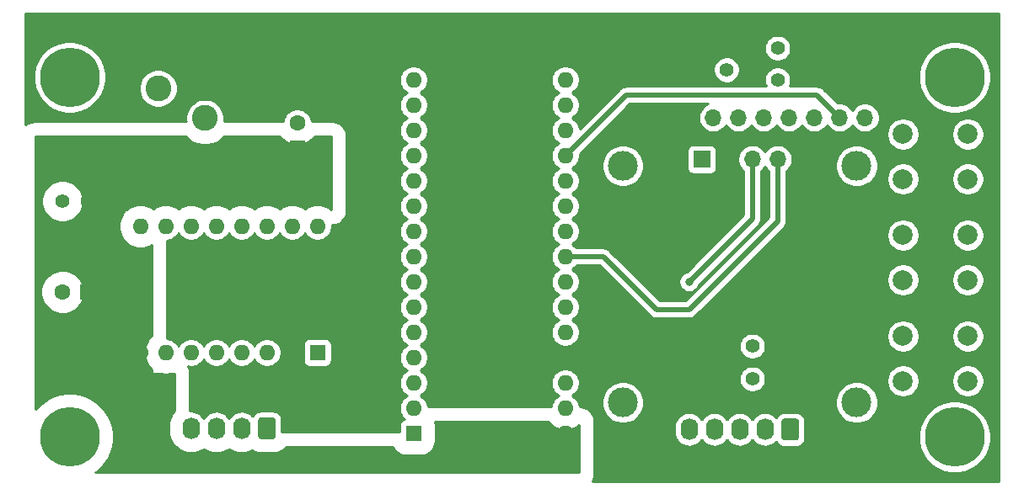
<source format=gbr>
%TF.GenerationSoftware,KiCad,Pcbnew,(5.1.10)-1*%
%TF.CreationDate,2021-10-15T15:04:30-04:00*%
%TF.ProjectId,KittyCaddyV1,4b697474-7943-4616-9464-7956312e6b69,1.0*%
%TF.SameCoordinates,Original*%
%TF.FileFunction,Copper,L2,Bot*%
%TF.FilePolarity,Positive*%
%FSLAX46Y46*%
G04 Gerber Fmt 4.6, Leading zero omitted, Abs format (unit mm)*
G04 Created by KiCad (PCBNEW (5.1.10)-1) date 2021-10-15 15:04:30*
%MOMM*%
%LPD*%
G01*
G04 APERTURE LIST*
%TA.AperFunction,ComponentPad*%
%ADD10O,1.600000X1.600000*%
%TD*%
%TA.AperFunction,ComponentPad*%
%ADD11R,1.600000X1.600000*%
%TD*%
%TA.AperFunction,ComponentPad*%
%ADD12O,1.700000X1.700000*%
%TD*%
%TA.AperFunction,ComponentPad*%
%ADD13R,1.700000X1.700000*%
%TD*%
%TA.AperFunction,ComponentPad*%
%ADD14C,3.000000*%
%TD*%
%TA.AperFunction,ComponentPad*%
%ADD15C,1.400000*%
%TD*%
%TA.AperFunction,ComponentPad*%
%ADD16O,1.400000X1.400000*%
%TD*%
%TA.AperFunction,ComponentPad*%
%ADD17C,1.600000*%
%TD*%
%TA.AperFunction,ComponentPad*%
%ADD18C,2.000000*%
%TD*%
%TA.AperFunction,ComponentPad*%
%ADD19C,2.600000*%
%TD*%
%TA.AperFunction,ComponentPad*%
%ADD20R,2.600000X2.600000*%
%TD*%
%TA.AperFunction,ComponentPad*%
%ADD21C,6.000000*%
%TD*%
%TA.AperFunction,ComponentPad*%
%ADD22O,1.740000X2.190000*%
%TD*%
%TA.AperFunction,ViaPad*%
%ADD23C,0.800000*%
%TD*%
%TA.AperFunction,Conductor*%
%ADD24C,0.500000*%
%TD*%
%TA.AperFunction,Conductor*%
%ADD25C,0.254000*%
%TD*%
%TA.AperFunction,Conductor*%
%ADD26C,0.100000*%
%TD*%
G04 APERTURE END LIST*
D10*
%TO.P,A1,16*%
%TO.N,Net-(A1-Pad16)*%
X125984000Y-116459000D03*
%TO.P,A1,15*%
%TO.N,Net-(A1-Pad15)*%
X110744000Y-116459000D03*
%TO.P,A1,30*%
%TO.N,+12V*%
X125984000Y-152019000D03*
%TO.P,A1,14*%
%TO.N,Net-(A1-Pad14)*%
X110744000Y-118999000D03*
%TO.P,A1,29*%
%TO.N,GND*%
X125984000Y-149479000D03*
%TO.P,A1,13*%
%TO.N,Net-(A1-Pad13)*%
X110744000Y-121539000D03*
%TO.P,A1,28*%
%TO.N,Net-(A1-Pad28)*%
X125984000Y-146939000D03*
%TO.P,A1,12*%
%TO.N,STEP_RESET*%
X110744000Y-124079000D03*
%TO.P,A1,27*%
%TO.N,+5V*%
X125984000Y-144399000D03*
%TO.P,A1,11*%
%TO.N,STEP_SLEEP*%
X110744000Y-126619000D03*
%TO.P,A1,26*%
%TO.N,HOMING*%
X125984000Y-141859000D03*
%TO.P,A1,10*%
%TO.N,DIR*%
X110744000Y-129159000D03*
%TO.P,A1,25*%
%TO.N,Net-(A1-Pad25)*%
X125984000Y-139319000D03*
%TO.P,A1,9*%
%TO.N,STEP*%
X110744000Y-131699000D03*
%TO.P,A1,24*%
%TO.N,SCL*%
X125984000Y-136779000D03*
%TO.P,A1,8*%
%TO.N,MS3*%
X110744000Y-134239000D03*
%TO.P,A1,23*%
%TO.N,SDA*%
X125984000Y-134239000D03*
%TO.P,A1,7*%
%TO.N,MS2*%
X110744000Y-136779000D03*
%TO.P,A1,22*%
%TO.N,SW_DOWN*%
X125984000Y-131699000D03*
%TO.P,A1,6*%
%TO.N,MS1*%
X110744000Y-139319000D03*
%TO.P,A1,21*%
%TO.N,SW_MID*%
X125984000Y-129159000D03*
%TO.P,A1,5*%
%TO.N,STEP_EN*%
X110744000Y-141859000D03*
%TO.P,A1,20*%
%TO.N,SW_UP*%
X125984000Y-126619000D03*
%TO.P,A1,4*%
%TO.N,GND*%
X110744000Y-144399000D03*
%TO.P,A1,19*%
%TO.N,ALARM*%
X125984000Y-124079000D03*
%TO.P,A1,3*%
%TO.N,Net-(A1-Pad3)*%
X110744000Y-146939000D03*
%TO.P,A1,18*%
%TO.N,Net-(A1-Pad18)*%
X125984000Y-121539000D03*
%TO.P,A1,2*%
%TO.N,Net-(A1-Pad2)*%
X110744000Y-149479000D03*
%TO.P,A1,17*%
%TO.N,Net-(A1-Pad17)*%
X125984000Y-118999000D03*
D11*
%TO.P,A1,1*%
%TO.N,Net-(A1-Pad1)*%
X110744000Y-152019000D03*
%TD*%
D12*
%TO.P,A3,8*%
%TO.N,Net-(A3-Pad8)*%
X156083000Y-120269000D03*
%TO.P,A3,7*%
%TO.N,ALARM*%
X153543000Y-120269000D03*
%TO.P,A3,6*%
%TO.N,Net-(A3-Pad6)*%
X151003000Y-120269000D03*
%TO.P,A3,5*%
%TO.N,Net-(A3-Pad5)*%
X148463000Y-120269000D03*
%TO.P,A3,4*%
%TO.N,SDA*%
X145923000Y-120269000D03*
%TO.P,A3,3*%
%TO.N,SCL*%
X143383000Y-120269000D03*
%TO.P,A3,2*%
%TO.N,GND*%
X140843000Y-120269000D03*
D13*
%TO.P,A3,1*%
%TO.N,+5V*%
X138303000Y-120269000D03*
%TD*%
D10*
%TO.P,A2,16*%
%TO.N,DIR*%
X101092000Y-131191000D03*
%TO.P,A2,8*%
%TO.N,+12V*%
X83312000Y-143891000D03*
%TO.P,A2,15*%
%TO.N,STEP*%
X98552000Y-131191000D03*
%TO.P,A2,7*%
%TO.N,GND*%
X85852000Y-143891000D03*
%TO.P,A2,14*%
%TO.N,STEP_SLEEP*%
X96012000Y-131191000D03*
%TO.P,A2,6*%
%TO.N,Net-(A2-Pad6)*%
X88392000Y-143891000D03*
%TO.P,A2,13*%
%TO.N,STEP_RESET*%
X93472000Y-131191000D03*
%TO.P,A2,5*%
%TO.N,Net-(A2-Pad5)*%
X90932000Y-143891000D03*
%TO.P,A2,12*%
%TO.N,MS3*%
X90932000Y-131191000D03*
%TO.P,A2,4*%
%TO.N,Net-(A2-Pad4)*%
X93472000Y-143891000D03*
%TO.P,A2,11*%
%TO.N,MS2*%
X88392000Y-131191000D03*
%TO.P,A2,3*%
%TO.N,Net-(A2-Pad3)*%
X96012000Y-143891000D03*
%TO.P,A2,10*%
%TO.N,MS1*%
X85852000Y-131191000D03*
%TO.P,A2,2*%
%TO.N,+5V*%
X98552000Y-143891000D03*
%TO.P,A2,9*%
%TO.N,STEP_EN*%
X83312000Y-131191000D03*
D11*
%TO.P,A2,1*%
%TO.N,GND*%
X101092000Y-143891000D03*
%TD*%
D14*
%TO.P,DS1,~*%
%TO.N,N/C*%
X131760000Y-148917000D03*
X155260000Y-148917000D03*
X155260000Y-125117000D03*
X131760000Y-125117000D03*
D12*
%TO.P,DS1,4*%
%TO.N,SDA*%
X147320000Y-124460000D03*
%TO.P,DS1,3*%
%TO.N,SCL*%
X144780000Y-124460000D03*
%TO.P,DS1,2*%
%TO.N,+5V*%
X142240000Y-124460000D03*
D13*
%TO.P,DS1,1*%
%TO.N,GND*%
X139700000Y-124460000D03*
%TD*%
D15*
%TO.P,C1,2*%
%TO.N,GND*%
X142200000Y-115443000D03*
%TO.P,C1,1*%
%TO.N,+5V*%
X139700000Y-115443000D03*
%TD*%
%TO.P,C2,2*%
%TO.N,GND*%
X75478000Y-128651000D03*
%TO.P,C2,1*%
%TO.N,+12V*%
X77978000Y-128651000D03*
%TD*%
D16*
%TO.P,R3,2*%
%TO.N,+5V*%
X137160000Y-146558000D03*
D15*
%TO.P,R3,1*%
%TO.N,Net-(J4-Pad1)*%
X144780000Y-146558000D03*
%TD*%
D17*
%TO.P,C3,2*%
%TO.N,GND*%
X99060000Y-120817000D03*
D11*
%TO.P,C3,1*%
%TO.N,+12V*%
X99060000Y-123317000D03*
%TD*%
D18*
%TO.P,SW1,1*%
%TO.N,GND*%
X166419600Y-142250600D03*
%TO.P,SW1,2*%
%TO.N,SW_DOWN*%
X166419600Y-146750600D03*
%TO.P,SW1,1*%
%TO.N,GND*%
X159919600Y-142250600D03*
%TO.P,SW1,2*%
%TO.N,SW_DOWN*%
X159919600Y-146750600D03*
%TD*%
%TO.P,SW2,1*%
%TO.N,GND*%
X166419600Y-132090600D03*
%TO.P,SW2,2*%
%TO.N,SW_MID*%
X166419600Y-136590600D03*
%TO.P,SW2,1*%
%TO.N,GND*%
X159919600Y-132090600D03*
%TO.P,SW2,2*%
%TO.N,SW_MID*%
X159919600Y-136590600D03*
%TD*%
%TO.P,SW3,1*%
%TO.N,GND*%
X166419600Y-121930600D03*
%TO.P,SW3,2*%
%TO.N,SW_UP*%
X166419600Y-126430600D03*
%TO.P,SW3,1*%
%TO.N,GND*%
X159919600Y-121930600D03*
%TO.P,SW3,2*%
%TO.N,SW_UP*%
X159919600Y-126430600D03*
%TD*%
D19*
%TO.P,J1,MP*%
%TO.N,GND*%
X89790000Y-120317000D03*
%TO.P,J1,2*%
X85090000Y-117317000D03*
D20*
%TO.P,J1,1*%
%TO.N,+12V*%
X85090000Y-123317000D03*
%TD*%
D16*
%TO.P,R2,2*%
%TO.N,+5V*%
X154940000Y-113284000D03*
D15*
%TO.P,R2,1*%
%TO.N,SCL*%
X147320000Y-113284000D03*
%TD*%
D16*
%TO.P,R1,2*%
%TO.N,+5V*%
X154940000Y-116459000D03*
D15*
%TO.P,R1,1*%
%TO.N,SDA*%
X147320000Y-116459000D03*
%TD*%
D21*
%TO.P,REF\u002A\u002A,1*%
%TO.N,N/C*%
X165100000Y-116205000D03*
%TD*%
%TO.P,REF\u002A\u002A,1*%
%TO.N,N/C*%
X76200000Y-116205000D03*
%TD*%
%TO.P,REF\u002A\u002A,1*%
%TO.N,N/C*%
X165100000Y-152400000D03*
%TD*%
%TO.P,REF\u002A\u002A,1*%
%TO.N,N/C*%
X76200000Y-152400000D03*
%TD*%
D22*
%TO.P,J3,4*%
%TO.N,Net-(A2-Pad6)*%
X88392000Y-151511000D03*
%TO.P,J3,3*%
%TO.N,Net-(A2-Pad5)*%
X90932000Y-151511000D03*
%TO.P,J3,2*%
%TO.N,Net-(A2-Pad4)*%
X93472000Y-151511000D03*
%TO.P,J3,1*%
%TO.N,Net-(A2-Pad3)*%
%TA.AperFunction,ComponentPad*%
G36*
G01*
X96882000Y-150665999D02*
X96882000Y-152356001D01*
G75*
G02*
X96632001Y-152606000I-249999J0D01*
G01*
X95391999Y-152606000D01*
G75*
G02*
X95142000Y-152356001I0J249999D01*
G01*
X95142000Y-150665999D01*
G75*
G02*
X95391999Y-150416000I249999J0D01*
G01*
X96632001Y-150416000D01*
G75*
G02*
X96882000Y-150665999I0J-249999D01*
G01*
G37*
%TD.AperFunction*%
%TD*%
%TO.P,J4,5*%
%TO.N,HOMING*%
X138430000Y-151638000D03*
%TO.P,J4,4*%
%TO.N,GND*%
X140970000Y-151638000D03*
%TO.P,J4,3*%
%TO.N,Net-(J4-Pad3)*%
X143510000Y-151638000D03*
%TO.P,J4,2*%
%TO.N,GND*%
X146050000Y-151638000D03*
%TO.P,J4,1*%
%TO.N,Net-(J4-Pad1)*%
%TA.AperFunction,ComponentPad*%
G36*
G01*
X149460000Y-150792999D02*
X149460000Y-152483001D01*
G75*
G02*
X149210001Y-152733000I-249999J0D01*
G01*
X147969999Y-152733000D01*
G75*
G02*
X147720000Y-152483001I0J249999D01*
G01*
X147720000Y-150792999D01*
G75*
G02*
X147969999Y-150543000I249999J0D01*
G01*
X149210001Y-150543000D01*
G75*
G02*
X149460000Y-150792999I0J-249999D01*
G01*
G37*
%TD.AperFunction*%
%TD*%
D17*
%TO.P,C4,2*%
%TO.N,GND*%
X75478000Y-137795000D03*
D11*
%TO.P,C4,1*%
%TO.N,+12V*%
X77978000Y-137795000D03*
%TD*%
D16*
%TO.P,R4,2*%
%TO.N,+5V*%
X137160000Y-143256000D03*
D15*
%TO.P,R4,1*%
%TO.N,HOMING*%
X144780000Y-143256000D03*
%TD*%
D23*
%TO.N,SCL*%
X138430000Y-136779000D03*
%TD*%
D24*
%TO.N,SCL*%
X144780000Y-124460000D02*
X144780000Y-130429000D01*
X144780000Y-130429000D02*
X138430000Y-136779000D01*
X138430000Y-136779000D02*
X138430000Y-136779000D01*
X138430000Y-136779000D02*
X138430000Y-136779000D01*
%TO.N,SDA*%
X129794000Y-134239000D02*
X125984000Y-134239000D01*
X135128000Y-139573000D02*
X129794000Y-134239000D01*
X138430000Y-139573000D02*
X135128000Y-139573000D01*
X147320000Y-130683000D02*
X138430000Y-139573000D01*
X147320000Y-124460000D02*
X147320000Y-130683000D01*
%TO.N,ALARM*%
X151257000Y-117983000D02*
X153543000Y-120269000D01*
X132080000Y-117983000D02*
X151257000Y-117983000D01*
X125984000Y-124079000D02*
X132080000Y-117983000D01*
%TD*%
D25*
%TO.N,+12V*%
X88070762Y-122411897D02*
X88512491Y-122707051D01*
X89003314Y-122910356D01*
X89524369Y-123014000D01*
X90055631Y-123014000D01*
X90576686Y-122910356D01*
X91067509Y-122707051D01*
X91509238Y-122411897D01*
X91747135Y-122174000D01*
X97324409Y-122174000D01*
X97353479Y-122217506D01*
X97659494Y-122523521D01*
X98019330Y-122763956D01*
X98419159Y-122929570D01*
X98843614Y-123014000D01*
X99276386Y-123014000D01*
X99700841Y-122929570D01*
X100100670Y-122763956D01*
X100460506Y-122523521D01*
X100766521Y-122217506D01*
X100795591Y-122174000D01*
X102489000Y-122174000D01*
X102489000Y-129482136D01*
X102132670Y-129244044D01*
X101732841Y-129078430D01*
X101308386Y-128994000D01*
X100875614Y-128994000D01*
X100451159Y-129078430D01*
X100051330Y-129244044D01*
X99822000Y-129397278D01*
X99592670Y-129244044D01*
X99192841Y-129078430D01*
X98768386Y-128994000D01*
X98335614Y-128994000D01*
X97911159Y-129078430D01*
X97511330Y-129244044D01*
X97282000Y-129397278D01*
X97052670Y-129244044D01*
X96652841Y-129078430D01*
X96228386Y-128994000D01*
X95795614Y-128994000D01*
X95371159Y-129078430D01*
X94971330Y-129244044D01*
X94742000Y-129397278D01*
X94512670Y-129244044D01*
X94112841Y-129078430D01*
X93688386Y-128994000D01*
X93255614Y-128994000D01*
X92831159Y-129078430D01*
X92431330Y-129244044D01*
X92202000Y-129397278D01*
X91972670Y-129244044D01*
X91572841Y-129078430D01*
X91148386Y-128994000D01*
X90715614Y-128994000D01*
X90291159Y-129078430D01*
X89891330Y-129244044D01*
X89662000Y-129397278D01*
X89432670Y-129244044D01*
X89032841Y-129078430D01*
X88608386Y-128994000D01*
X88175614Y-128994000D01*
X87751159Y-129078430D01*
X87351330Y-129244044D01*
X87122000Y-129397278D01*
X86892670Y-129244044D01*
X86492841Y-129078430D01*
X86068386Y-128994000D01*
X85635614Y-128994000D01*
X85211159Y-129078430D01*
X84811330Y-129244044D01*
X84582000Y-129397278D01*
X84352670Y-129244044D01*
X83952841Y-129078430D01*
X83528386Y-128994000D01*
X83095614Y-128994000D01*
X82671159Y-129078430D01*
X82271330Y-129244044D01*
X81911494Y-129484479D01*
X81855973Y-129540000D01*
X81788000Y-129540000D01*
X81763224Y-129542440D01*
X81739399Y-129549667D01*
X81717443Y-129561403D01*
X81698197Y-129577197D01*
X81682403Y-129596443D01*
X81670667Y-129618399D01*
X81663440Y-129642224D01*
X81661000Y-129667000D01*
X81661000Y-129734973D01*
X81605479Y-129790494D01*
X81365044Y-130150330D01*
X81199430Y-130550159D01*
X81115000Y-130974614D01*
X81115000Y-131407386D01*
X81199430Y-131831841D01*
X81365044Y-132231670D01*
X81605479Y-132591506D01*
X81911494Y-132897521D01*
X82271330Y-133137956D01*
X82671159Y-133303570D01*
X83095614Y-133388000D01*
X83528386Y-133388000D01*
X83952841Y-133303570D01*
X84352670Y-133137956D01*
X84455000Y-133069581D01*
X84455000Y-142182136D01*
X84451494Y-142184479D01*
X84145479Y-142490494D01*
X83905044Y-142850330D01*
X83739430Y-143250159D01*
X83655000Y-143674614D01*
X83655000Y-144107386D01*
X83739430Y-144531841D01*
X83905044Y-144931670D01*
X84145479Y-145291506D01*
X84451494Y-145597521D01*
X84455000Y-145599864D01*
X84455000Y-145923000D01*
X84457440Y-145947776D01*
X84464667Y-145971601D01*
X84476403Y-145993557D01*
X84492197Y-146012803D01*
X84511443Y-146028597D01*
X84533399Y-146040333D01*
X84557224Y-146047560D01*
X84582000Y-146050000D01*
X85444577Y-146050000D01*
X85635614Y-146088000D01*
X86068386Y-146088000D01*
X86259423Y-146050000D01*
X86741000Y-146050000D01*
X86741000Y-149724258D01*
X86497938Y-150020428D01*
X86287431Y-150414259D01*
X86157802Y-150841590D01*
X86125000Y-151174631D01*
X86125000Y-151847368D01*
X86157802Y-152180409D01*
X86287431Y-152607740D01*
X86497938Y-153001572D01*
X86741978Y-153298935D01*
X86743440Y-153313776D01*
X86750667Y-153337601D01*
X86762403Y-153359557D01*
X86778197Y-153378803D01*
X86797443Y-153394597D01*
X86819399Y-153406333D01*
X86843224Y-153413560D01*
X86865265Y-153415731D01*
X87126428Y-153630062D01*
X87520259Y-153840569D01*
X87947590Y-153970198D01*
X88392000Y-154013969D01*
X88836409Y-153970198D01*
X89263740Y-153840569D01*
X89657572Y-153630062D01*
X89662000Y-153626428D01*
X89666428Y-153630062D01*
X90060259Y-153840569D01*
X90487590Y-153970198D01*
X90932000Y-154013969D01*
X91376409Y-153970198D01*
X91803740Y-153840569D01*
X92197572Y-153630062D01*
X92202000Y-153626428D01*
X92206428Y-153630062D01*
X92600259Y-153840569D01*
X93027590Y-153970198D01*
X93472000Y-154013969D01*
X93916409Y-153970198D01*
X94343740Y-153840569D01*
X94510927Y-153751206D01*
X94759133Y-153883874D01*
X95069367Y-153977983D01*
X95391999Y-154009759D01*
X96632001Y-154009759D01*
X96954633Y-153977983D01*
X97264867Y-153883874D01*
X97550780Y-153731051D01*
X97801384Y-153525384D01*
X97891154Y-153416000D01*
X108679062Y-153416000D01*
X108776817Y-153598887D01*
X108951392Y-153811608D01*
X109164113Y-153986183D01*
X109406805Y-154115904D01*
X109670140Y-154195786D01*
X109944000Y-154222759D01*
X111544000Y-154222759D01*
X111817860Y-154195786D01*
X112081195Y-154115904D01*
X112323887Y-153986183D01*
X112536608Y-153811608D01*
X112711183Y-153598887D01*
X112840904Y-153356195D01*
X112920786Y-153092860D01*
X112947759Y-152819000D01*
X112947759Y-151219000D01*
X112920786Y-150945140D01*
X112899813Y-150876000D01*
X124275136Y-150876000D01*
X124277479Y-150879506D01*
X124583494Y-151185521D01*
X124943330Y-151425956D01*
X125343159Y-151591570D01*
X125767614Y-151676000D01*
X126200386Y-151676000D01*
X126624841Y-151591570D01*
X127024670Y-151425956D01*
X127381000Y-151187864D01*
X127381000Y-155956000D01*
X78792461Y-155956000D01*
X79002924Y-155815373D01*
X79615373Y-155202924D01*
X80096571Y-154482760D01*
X80428026Y-153682558D01*
X80597000Y-152833067D01*
X80597000Y-151966933D01*
X80428026Y-151117442D01*
X80096571Y-150317240D01*
X79615373Y-149597076D01*
X79002924Y-148984627D01*
X78282760Y-148503429D01*
X77482558Y-148171974D01*
X76633067Y-148003000D01*
X75766933Y-148003000D01*
X74917442Y-148171974D01*
X74117240Y-148503429D01*
X73397076Y-148984627D01*
X72784627Y-149597076D01*
X72771000Y-149617470D01*
X72771000Y-137578614D01*
X73281000Y-137578614D01*
X73281000Y-138011386D01*
X73365430Y-138435841D01*
X73531044Y-138835670D01*
X73771479Y-139195506D01*
X74077494Y-139501521D01*
X74437330Y-139741956D01*
X74837159Y-139907570D01*
X75261614Y-139992000D01*
X75694386Y-139992000D01*
X76118841Y-139907570D01*
X76518670Y-139741956D01*
X76878506Y-139501521D01*
X77184521Y-139195506D01*
X77424956Y-138835670D01*
X77590570Y-138435841D01*
X77675000Y-138011386D01*
X77675000Y-137578614D01*
X77590570Y-137154159D01*
X77424956Y-136754330D01*
X77184521Y-136394494D01*
X76878506Y-136088479D01*
X76518670Y-135848044D01*
X76118841Y-135682430D01*
X75694386Y-135598000D01*
X75261614Y-135598000D01*
X74837159Y-135682430D01*
X74437330Y-135848044D01*
X74077494Y-136088479D01*
X73771479Y-136394494D01*
X73531044Y-136754330D01*
X73365430Y-137154159D01*
X73281000Y-137578614D01*
X72771000Y-137578614D01*
X72771000Y-128444464D01*
X73381000Y-128444464D01*
X73381000Y-128857536D01*
X73461587Y-129262672D01*
X73619663Y-129644302D01*
X73849154Y-129987759D01*
X74141241Y-130279846D01*
X74484698Y-130509337D01*
X74866328Y-130667413D01*
X75271464Y-130748000D01*
X75684536Y-130748000D01*
X76089672Y-130667413D01*
X76471302Y-130509337D01*
X76814759Y-130279846D01*
X77106846Y-129987759D01*
X77336337Y-129644302D01*
X77494413Y-129262672D01*
X77575000Y-128857536D01*
X77575000Y-128444464D01*
X77494413Y-128039328D01*
X77336337Y-127657698D01*
X77106846Y-127314241D01*
X76814759Y-127022154D01*
X76471302Y-126792663D01*
X76089672Y-126634587D01*
X75684536Y-126554000D01*
X75271464Y-126554000D01*
X74866328Y-126634587D01*
X74484698Y-126792663D01*
X74141241Y-127022154D01*
X73849154Y-127314241D01*
X73619663Y-127657698D01*
X73461587Y-128039328D01*
X73381000Y-128444464D01*
X72771000Y-128444464D01*
X72771000Y-122174000D01*
X87832865Y-122174000D01*
X88070762Y-122411897D01*
%TA.AperFunction,Conductor*%
D26*
G36*
X88070762Y-122411897D02*
G01*
X88512491Y-122707051D01*
X89003314Y-122910356D01*
X89524369Y-123014000D01*
X90055631Y-123014000D01*
X90576686Y-122910356D01*
X91067509Y-122707051D01*
X91509238Y-122411897D01*
X91747135Y-122174000D01*
X97324409Y-122174000D01*
X97353479Y-122217506D01*
X97659494Y-122523521D01*
X98019330Y-122763956D01*
X98419159Y-122929570D01*
X98843614Y-123014000D01*
X99276386Y-123014000D01*
X99700841Y-122929570D01*
X100100670Y-122763956D01*
X100460506Y-122523521D01*
X100766521Y-122217506D01*
X100795591Y-122174000D01*
X102489000Y-122174000D01*
X102489000Y-129482136D01*
X102132670Y-129244044D01*
X101732841Y-129078430D01*
X101308386Y-128994000D01*
X100875614Y-128994000D01*
X100451159Y-129078430D01*
X100051330Y-129244044D01*
X99822000Y-129397278D01*
X99592670Y-129244044D01*
X99192841Y-129078430D01*
X98768386Y-128994000D01*
X98335614Y-128994000D01*
X97911159Y-129078430D01*
X97511330Y-129244044D01*
X97282000Y-129397278D01*
X97052670Y-129244044D01*
X96652841Y-129078430D01*
X96228386Y-128994000D01*
X95795614Y-128994000D01*
X95371159Y-129078430D01*
X94971330Y-129244044D01*
X94742000Y-129397278D01*
X94512670Y-129244044D01*
X94112841Y-129078430D01*
X93688386Y-128994000D01*
X93255614Y-128994000D01*
X92831159Y-129078430D01*
X92431330Y-129244044D01*
X92202000Y-129397278D01*
X91972670Y-129244044D01*
X91572841Y-129078430D01*
X91148386Y-128994000D01*
X90715614Y-128994000D01*
X90291159Y-129078430D01*
X89891330Y-129244044D01*
X89662000Y-129397278D01*
X89432670Y-129244044D01*
X89032841Y-129078430D01*
X88608386Y-128994000D01*
X88175614Y-128994000D01*
X87751159Y-129078430D01*
X87351330Y-129244044D01*
X87122000Y-129397278D01*
X86892670Y-129244044D01*
X86492841Y-129078430D01*
X86068386Y-128994000D01*
X85635614Y-128994000D01*
X85211159Y-129078430D01*
X84811330Y-129244044D01*
X84582000Y-129397278D01*
X84352670Y-129244044D01*
X83952841Y-129078430D01*
X83528386Y-128994000D01*
X83095614Y-128994000D01*
X82671159Y-129078430D01*
X82271330Y-129244044D01*
X81911494Y-129484479D01*
X81855973Y-129540000D01*
X81788000Y-129540000D01*
X81763224Y-129542440D01*
X81739399Y-129549667D01*
X81717443Y-129561403D01*
X81698197Y-129577197D01*
X81682403Y-129596443D01*
X81670667Y-129618399D01*
X81663440Y-129642224D01*
X81661000Y-129667000D01*
X81661000Y-129734973D01*
X81605479Y-129790494D01*
X81365044Y-130150330D01*
X81199430Y-130550159D01*
X81115000Y-130974614D01*
X81115000Y-131407386D01*
X81199430Y-131831841D01*
X81365044Y-132231670D01*
X81605479Y-132591506D01*
X81911494Y-132897521D01*
X82271330Y-133137956D01*
X82671159Y-133303570D01*
X83095614Y-133388000D01*
X83528386Y-133388000D01*
X83952841Y-133303570D01*
X84352670Y-133137956D01*
X84455000Y-133069581D01*
X84455000Y-142182136D01*
X84451494Y-142184479D01*
X84145479Y-142490494D01*
X83905044Y-142850330D01*
X83739430Y-143250159D01*
X83655000Y-143674614D01*
X83655000Y-144107386D01*
X83739430Y-144531841D01*
X83905044Y-144931670D01*
X84145479Y-145291506D01*
X84451494Y-145597521D01*
X84455000Y-145599864D01*
X84455000Y-145923000D01*
X84457440Y-145947776D01*
X84464667Y-145971601D01*
X84476403Y-145993557D01*
X84492197Y-146012803D01*
X84511443Y-146028597D01*
X84533399Y-146040333D01*
X84557224Y-146047560D01*
X84582000Y-146050000D01*
X85444577Y-146050000D01*
X85635614Y-146088000D01*
X86068386Y-146088000D01*
X86259423Y-146050000D01*
X86741000Y-146050000D01*
X86741000Y-149724258D01*
X86497938Y-150020428D01*
X86287431Y-150414259D01*
X86157802Y-150841590D01*
X86125000Y-151174631D01*
X86125000Y-151847368D01*
X86157802Y-152180409D01*
X86287431Y-152607740D01*
X86497938Y-153001572D01*
X86741978Y-153298935D01*
X86743440Y-153313776D01*
X86750667Y-153337601D01*
X86762403Y-153359557D01*
X86778197Y-153378803D01*
X86797443Y-153394597D01*
X86819399Y-153406333D01*
X86843224Y-153413560D01*
X86865265Y-153415731D01*
X87126428Y-153630062D01*
X87520259Y-153840569D01*
X87947590Y-153970198D01*
X88392000Y-154013969D01*
X88836409Y-153970198D01*
X89263740Y-153840569D01*
X89657572Y-153630062D01*
X89662000Y-153626428D01*
X89666428Y-153630062D01*
X90060259Y-153840569D01*
X90487590Y-153970198D01*
X90932000Y-154013969D01*
X91376409Y-153970198D01*
X91803740Y-153840569D01*
X92197572Y-153630062D01*
X92202000Y-153626428D01*
X92206428Y-153630062D01*
X92600259Y-153840569D01*
X93027590Y-153970198D01*
X93472000Y-154013969D01*
X93916409Y-153970198D01*
X94343740Y-153840569D01*
X94510927Y-153751206D01*
X94759133Y-153883874D01*
X95069367Y-153977983D01*
X95391999Y-154009759D01*
X96632001Y-154009759D01*
X96954633Y-153977983D01*
X97264867Y-153883874D01*
X97550780Y-153731051D01*
X97801384Y-153525384D01*
X97891154Y-153416000D01*
X108679062Y-153416000D01*
X108776817Y-153598887D01*
X108951392Y-153811608D01*
X109164113Y-153986183D01*
X109406805Y-154115904D01*
X109670140Y-154195786D01*
X109944000Y-154222759D01*
X111544000Y-154222759D01*
X111817860Y-154195786D01*
X112081195Y-154115904D01*
X112323887Y-153986183D01*
X112536608Y-153811608D01*
X112711183Y-153598887D01*
X112840904Y-153356195D01*
X112920786Y-153092860D01*
X112947759Y-152819000D01*
X112947759Y-151219000D01*
X112920786Y-150945140D01*
X112899813Y-150876000D01*
X124275136Y-150876000D01*
X124277479Y-150879506D01*
X124583494Y-151185521D01*
X124943330Y-151425956D01*
X125343159Y-151591570D01*
X125767614Y-151676000D01*
X126200386Y-151676000D01*
X126624841Y-151591570D01*
X127024670Y-151425956D01*
X127381000Y-151187864D01*
X127381000Y-155956000D01*
X78792461Y-155956000D01*
X79002924Y-155815373D01*
X79615373Y-155202924D01*
X80096571Y-154482760D01*
X80428026Y-153682558D01*
X80597000Y-152833067D01*
X80597000Y-151966933D01*
X80428026Y-151117442D01*
X80096571Y-150317240D01*
X79615373Y-149597076D01*
X79002924Y-148984627D01*
X78282760Y-148503429D01*
X77482558Y-148171974D01*
X76633067Y-148003000D01*
X75766933Y-148003000D01*
X74917442Y-148171974D01*
X74117240Y-148503429D01*
X73397076Y-148984627D01*
X72784627Y-149597076D01*
X72771000Y-149617470D01*
X72771000Y-137578614D01*
X73281000Y-137578614D01*
X73281000Y-138011386D01*
X73365430Y-138435841D01*
X73531044Y-138835670D01*
X73771479Y-139195506D01*
X74077494Y-139501521D01*
X74437330Y-139741956D01*
X74837159Y-139907570D01*
X75261614Y-139992000D01*
X75694386Y-139992000D01*
X76118841Y-139907570D01*
X76518670Y-139741956D01*
X76878506Y-139501521D01*
X77184521Y-139195506D01*
X77424956Y-138835670D01*
X77590570Y-138435841D01*
X77675000Y-138011386D01*
X77675000Y-137578614D01*
X77590570Y-137154159D01*
X77424956Y-136754330D01*
X77184521Y-136394494D01*
X76878506Y-136088479D01*
X76518670Y-135848044D01*
X76118841Y-135682430D01*
X75694386Y-135598000D01*
X75261614Y-135598000D01*
X74837159Y-135682430D01*
X74437330Y-135848044D01*
X74077494Y-136088479D01*
X73771479Y-136394494D01*
X73531044Y-136754330D01*
X73365430Y-137154159D01*
X73281000Y-137578614D01*
X72771000Y-137578614D01*
X72771000Y-128444464D01*
X73381000Y-128444464D01*
X73381000Y-128857536D01*
X73461587Y-129262672D01*
X73619663Y-129644302D01*
X73849154Y-129987759D01*
X74141241Y-130279846D01*
X74484698Y-130509337D01*
X74866328Y-130667413D01*
X75271464Y-130748000D01*
X75684536Y-130748000D01*
X76089672Y-130667413D01*
X76471302Y-130509337D01*
X76814759Y-130279846D01*
X77106846Y-129987759D01*
X77336337Y-129644302D01*
X77494413Y-129262672D01*
X77575000Y-128857536D01*
X77575000Y-128444464D01*
X77494413Y-128039328D01*
X77336337Y-127657698D01*
X77106846Y-127314241D01*
X76814759Y-127022154D01*
X76471302Y-126792663D01*
X76089672Y-126634587D01*
X75684536Y-126554000D01*
X75271464Y-126554000D01*
X74866328Y-126634587D01*
X74484698Y-126792663D01*
X74141241Y-127022154D01*
X73849154Y-127314241D01*
X73619663Y-127657698D01*
X73461587Y-128039328D01*
X73381000Y-128444464D01*
X72771000Y-128444464D01*
X72771000Y-122174000D01*
X87832865Y-122174000D01*
X88070762Y-122411897D01*
G37*
%TD.AperFunction*%
%TD*%
D25*
%TO.N,+5V*%
X169520001Y-156820000D02*
X128690480Y-156820000D01*
X128798660Y-156617609D01*
X128878157Y-156355541D01*
X128905000Y-156083000D01*
X128905000Y-151339064D01*
X136925000Y-151339064D01*
X136925000Y-151936935D01*
X136946776Y-152158031D01*
X137032834Y-152441724D01*
X137172583Y-152703178D01*
X137360655Y-152932345D01*
X137589821Y-153120417D01*
X137851275Y-153260166D01*
X138134968Y-153346224D01*
X138430000Y-153375282D01*
X138725031Y-153346224D01*
X139008724Y-153260166D01*
X139270178Y-153120417D01*
X139499345Y-152932345D01*
X139687417Y-152703179D01*
X139700000Y-152679637D01*
X139712583Y-152703178D01*
X139900655Y-152932345D01*
X140129821Y-153120417D01*
X140391275Y-153260166D01*
X140674968Y-153346224D01*
X140970000Y-153375282D01*
X141265031Y-153346224D01*
X141548724Y-153260166D01*
X141810178Y-153120417D01*
X142039345Y-152932345D01*
X142227417Y-152703179D01*
X142240000Y-152679637D01*
X142252583Y-152703178D01*
X142440655Y-152932345D01*
X142669821Y-153120417D01*
X142931275Y-153260166D01*
X143214968Y-153346224D01*
X143510000Y-153375282D01*
X143805031Y-153346224D01*
X144088724Y-153260166D01*
X144350178Y-153120417D01*
X144579345Y-152932345D01*
X144767417Y-152703179D01*
X144780000Y-152679637D01*
X144792583Y-152703178D01*
X144980655Y-152932345D01*
X145209821Y-153120417D01*
X145471275Y-153260166D01*
X145754968Y-153346224D01*
X146050000Y-153375282D01*
X146345031Y-153346224D01*
X146628724Y-153260166D01*
X146890178Y-153120417D01*
X147119345Y-152932345D01*
X147173066Y-152866886D01*
X147231595Y-152976387D01*
X147342038Y-153110962D01*
X147476613Y-153221405D01*
X147630149Y-153303472D01*
X147796745Y-153354008D01*
X147969999Y-153371072D01*
X149210001Y-153371072D01*
X149383255Y-153354008D01*
X149549851Y-153303472D01*
X149703387Y-153221405D01*
X149837962Y-153110962D01*
X149948405Y-152976387D01*
X150030472Y-152822851D01*
X150081008Y-152656255D01*
X150098072Y-152483001D01*
X150098072Y-152041984D01*
X161465000Y-152041984D01*
X161465000Y-152758016D01*
X161604691Y-153460290D01*
X161878705Y-154121818D01*
X162276511Y-154717177D01*
X162782823Y-155223489D01*
X163378182Y-155621295D01*
X164039710Y-155895309D01*
X164741984Y-156035000D01*
X165458016Y-156035000D01*
X166160290Y-155895309D01*
X166821818Y-155621295D01*
X167417177Y-155223489D01*
X167923489Y-154717177D01*
X168321295Y-154121818D01*
X168595309Y-153460290D01*
X168735000Y-152758016D01*
X168735000Y-152041984D01*
X168595309Y-151339710D01*
X168321295Y-150678182D01*
X167923489Y-150082823D01*
X167417177Y-149576511D01*
X166821818Y-149178705D01*
X166160290Y-148904691D01*
X165458016Y-148765000D01*
X164741984Y-148765000D01*
X164039710Y-148904691D01*
X163378182Y-149178705D01*
X162782823Y-149576511D01*
X162276511Y-150082823D01*
X161878705Y-150678182D01*
X161604691Y-151339710D01*
X161465000Y-152041984D01*
X150098072Y-152041984D01*
X150098072Y-150792999D01*
X150081008Y-150619745D01*
X150030472Y-150453149D01*
X149948405Y-150299613D01*
X149837962Y-150165038D01*
X149703387Y-150054595D01*
X149549851Y-149972528D01*
X149383255Y-149921992D01*
X149210001Y-149904928D01*
X147969999Y-149904928D01*
X147796745Y-149921992D01*
X147630149Y-149972528D01*
X147476613Y-150054595D01*
X147342038Y-150165038D01*
X147231595Y-150299613D01*
X147173066Y-150409114D01*
X147119345Y-150343655D01*
X146890179Y-150155583D01*
X146628725Y-150015834D01*
X146345032Y-149929776D01*
X146050000Y-149900718D01*
X145754969Y-149929776D01*
X145471276Y-150015834D01*
X145209822Y-150155583D01*
X144980655Y-150343655D01*
X144792583Y-150572821D01*
X144780000Y-150596362D01*
X144767417Y-150572821D01*
X144579345Y-150343655D01*
X144350179Y-150155583D01*
X144088725Y-150015834D01*
X143805032Y-149929776D01*
X143510000Y-149900718D01*
X143214969Y-149929776D01*
X142931276Y-150015834D01*
X142669822Y-150155583D01*
X142440655Y-150343655D01*
X142252583Y-150572821D01*
X142240000Y-150596362D01*
X142227417Y-150572821D01*
X142039345Y-150343655D01*
X141810179Y-150155583D01*
X141548725Y-150015834D01*
X141265032Y-149929776D01*
X140970000Y-149900718D01*
X140674969Y-149929776D01*
X140391276Y-150015834D01*
X140129822Y-150155583D01*
X139900655Y-150343655D01*
X139712583Y-150572821D01*
X139700000Y-150596362D01*
X139687417Y-150572821D01*
X139499345Y-150343655D01*
X139270179Y-150155583D01*
X139008725Y-150015834D01*
X138725032Y-149929776D01*
X138430000Y-149900718D01*
X138134969Y-149929776D01*
X137851276Y-150015834D01*
X137589822Y-150155583D01*
X137360655Y-150343655D01*
X137172583Y-150572821D01*
X137032834Y-150834275D01*
X136946776Y-151117968D01*
X136925000Y-151339064D01*
X128905000Y-151339064D01*
X128905000Y-150749000D01*
X128878157Y-150476459D01*
X128798660Y-150214391D01*
X128669563Y-149972868D01*
X128495828Y-149761172D01*
X128284132Y-149587437D01*
X128042609Y-149458340D01*
X127780541Y-149378843D01*
X127508000Y-149352000D01*
X127419000Y-149352000D01*
X127419000Y-149337665D01*
X127363853Y-149060426D01*
X127255680Y-148799273D01*
X127193839Y-148706721D01*
X129625000Y-148706721D01*
X129625000Y-149127279D01*
X129707047Y-149539756D01*
X129867988Y-149928302D01*
X130101637Y-150277983D01*
X130399017Y-150575363D01*
X130748698Y-150809012D01*
X131137244Y-150969953D01*
X131549721Y-151052000D01*
X131970279Y-151052000D01*
X132382756Y-150969953D01*
X132771302Y-150809012D01*
X133120983Y-150575363D01*
X133418363Y-150277983D01*
X133652012Y-149928302D01*
X133812953Y-149539756D01*
X133895000Y-149127279D01*
X133895000Y-148706721D01*
X153125000Y-148706721D01*
X153125000Y-149127279D01*
X153207047Y-149539756D01*
X153367988Y-149928302D01*
X153601637Y-150277983D01*
X153899017Y-150575363D01*
X154248698Y-150809012D01*
X154637244Y-150969953D01*
X155049721Y-151052000D01*
X155470279Y-151052000D01*
X155882756Y-150969953D01*
X156271302Y-150809012D01*
X156620983Y-150575363D01*
X156918363Y-150277983D01*
X157152012Y-149928302D01*
X157312953Y-149539756D01*
X157395000Y-149127279D01*
X157395000Y-148706721D01*
X157312953Y-148294244D01*
X157152012Y-147905698D01*
X156918363Y-147556017D01*
X156620983Y-147258637D01*
X156271302Y-147024988D01*
X155882756Y-146864047D01*
X155470279Y-146782000D01*
X155049721Y-146782000D01*
X154637244Y-146864047D01*
X154248698Y-147024988D01*
X153899017Y-147258637D01*
X153601637Y-147556017D01*
X153367988Y-147905698D01*
X153207047Y-148294244D01*
X153125000Y-148706721D01*
X133895000Y-148706721D01*
X133812953Y-148294244D01*
X133652012Y-147905698D01*
X133418363Y-147556017D01*
X133120983Y-147258637D01*
X132771302Y-147024988D01*
X132382756Y-146864047D01*
X131970279Y-146782000D01*
X131549721Y-146782000D01*
X131137244Y-146864047D01*
X130748698Y-147024988D01*
X130399017Y-147258637D01*
X130101637Y-147556017D01*
X129867988Y-147905698D01*
X129707047Y-148294244D01*
X129625000Y-148706721D01*
X127193839Y-148706721D01*
X127098637Y-148564241D01*
X126898759Y-148364363D01*
X126666241Y-148209000D01*
X126898759Y-148053637D01*
X127098637Y-147853759D01*
X127255680Y-147618727D01*
X127363853Y-147357574D01*
X127419000Y-147080335D01*
X127419000Y-146797665D01*
X127363853Y-146520426D01*
X127324954Y-146426514D01*
X143445000Y-146426514D01*
X143445000Y-146689486D01*
X143496304Y-146947405D01*
X143596939Y-147190359D01*
X143743038Y-147409013D01*
X143928987Y-147594962D01*
X144147641Y-147741061D01*
X144390595Y-147841696D01*
X144648514Y-147893000D01*
X144911486Y-147893000D01*
X145169405Y-147841696D01*
X145412359Y-147741061D01*
X145631013Y-147594962D01*
X145816962Y-147409013D01*
X145963061Y-147190359D01*
X146063696Y-146947405D01*
X146115000Y-146689486D01*
X146115000Y-146589567D01*
X158284600Y-146589567D01*
X158284600Y-146911633D01*
X158347432Y-147227512D01*
X158470682Y-147525063D01*
X158649613Y-147792852D01*
X158877348Y-148020587D01*
X159145137Y-148199518D01*
X159442688Y-148322768D01*
X159758567Y-148385600D01*
X160080633Y-148385600D01*
X160396512Y-148322768D01*
X160694063Y-148199518D01*
X160961852Y-148020587D01*
X161189587Y-147792852D01*
X161368518Y-147525063D01*
X161491768Y-147227512D01*
X161554600Y-146911633D01*
X161554600Y-146589567D01*
X164784600Y-146589567D01*
X164784600Y-146911633D01*
X164847432Y-147227512D01*
X164970682Y-147525063D01*
X165149613Y-147792852D01*
X165377348Y-148020587D01*
X165645137Y-148199518D01*
X165942688Y-148322768D01*
X166258567Y-148385600D01*
X166580633Y-148385600D01*
X166896512Y-148322768D01*
X167194063Y-148199518D01*
X167461852Y-148020587D01*
X167689587Y-147792852D01*
X167868518Y-147525063D01*
X167991768Y-147227512D01*
X168054600Y-146911633D01*
X168054600Y-146589567D01*
X167991768Y-146273688D01*
X167868518Y-145976137D01*
X167689587Y-145708348D01*
X167461852Y-145480613D01*
X167194063Y-145301682D01*
X166896512Y-145178432D01*
X166580633Y-145115600D01*
X166258567Y-145115600D01*
X165942688Y-145178432D01*
X165645137Y-145301682D01*
X165377348Y-145480613D01*
X165149613Y-145708348D01*
X164970682Y-145976137D01*
X164847432Y-146273688D01*
X164784600Y-146589567D01*
X161554600Y-146589567D01*
X161491768Y-146273688D01*
X161368518Y-145976137D01*
X161189587Y-145708348D01*
X160961852Y-145480613D01*
X160694063Y-145301682D01*
X160396512Y-145178432D01*
X160080633Y-145115600D01*
X159758567Y-145115600D01*
X159442688Y-145178432D01*
X159145137Y-145301682D01*
X158877348Y-145480613D01*
X158649613Y-145708348D01*
X158470682Y-145976137D01*
X158347432Y-146273688D01*
X158284600Y-146589567D01*
X146115000Y-146589567D01*
X146115000Y-146426514D01*
X146063696Y-146168595D01*
X145963061Y-145925641D01*
X145816962Y-145706987D01*
X145631013Y-145521038D01*
X145412359Y-145374939D01*
X145169405Y-145274304D01*
X144911486Y-145223000D01*
X144648514Y-145223000D01*
X144390595Y-145274304D01*
X144147641Y-145374939D01*
X143928987Y-145521038D01*
X143743038Y-145706987D01*
X143596939Y-145925641D01*
X143496304Y-146168595D01*
X143445000Y-146426514D01*
X127324954Y-146426514D01*
X127255680Y-146259273D01*
X127098637Y-146024241D01*
X126898759Y-145824363D01*
X126663727Y-145667320D01*
X126402574Y-145559147D01*
X126125335Y-145504000D01*
X125842665Y-145504000D01*
X125565426Y-145559147D01*
X125304273Y-145667320D01*
X125069241Y-145824363D01*
X124869363Y-146024241D01*
X124712320Y-146259273D01*
X124604147Y-146520426D01*
X124549000Y-146797665D01*
X124549000Y-147080335D01*
X124604147Y-147357574D01*
X124712320Y-147618727D01*
X124869363Y-147853759D01*
X125069241Y-148053637D01*
X125301759Y-148209000D01*
X125069241Y-148364363D01*
X124869363Y-148564241D01*
X124712320Y-148799273D01*
X124604147Y-149060426D01*
X124549000Y-149337665D01*
X124549000Y-149352000D01*
X112179000Y-149352000D01*
X112179000Y-149337665D01*
X112123853Y-149060426D01*
X112015680Y-148799273D01*
X111858637Y-148564241D01*
X111658759Y-148364363D01*
X111426241Y-148209000D01*
X111658759Y-148053637D01*
X111858637Y-147853759D01*
X112015680Y-147618727D01*
X112123853Y-147357574D01*
X112179000Y-147080335D01*
X112179000Y-146797665D01*
X112123853Y-146520426D01*
X112015680Y-146259273D01*
X111858637Y-146024241D01*
X111658759Y-145824363D01*
X111426241Y-145669000D01*
X111658759Y-145513637D01*
X111858637Y-145313759D01*
X112015680Y-145078727D01*
X112123853Y-144817574D01*
X112179000Y-144540335D01*
X112179000Y-144257665D01*
X112123853Y-143980426D01*
X112015680Y-143719273D01*
X111858637Y-143484241D01*
X111658759Y-143284363D01*
X111426241Y-143129000D01*
X111658759Y-142973637D01*
X111858637Y-142773759D01*
X112015680Y-142538727D01*
X112123853Y-142277574D01*
X112179000Y-142000335D01*
X112179000Y-141717665D01*
X112123853Y-141440426D01*
X112015680Y-141179273D01*
X111858637Y-140944241D01*
X111658759Y-140744363D01*
X111426241Y-140589000D01*
X111658759Y-140433637D01*
X111858637Y-140233759D01*
X112015680Y-139998727D01*
X112123853Y-139737574D01*
X112179000Y-139460335D01*
X112179000Y-139177665D01*
X112123853Y-138900426D01*
X112015680Y-138639273D01*
X111858637Y-138404241D01*
X111658759Y-138204363D01*
X111426241Y-138049000D01*
X111658759Y-137893637D01*
X111858637Y-137693759D01*
X112015680Y-137458727D01*
X112123853Y-137197574D01*
X112179000Y-136920335D01*
X112179000Y-136637665D01*
X112123853Y-136360426D01*
X112015680Y-136099273D01*
X111858637Y-135864241D01*
X111658759Y-135664363D01*
X111426241Y-135509000D01*
X111658759Y-135353637D01*
X111858637Y-135153759D01*
X112015680Y-134918727D01*
X112123853Y-134657574D01*
X112179000Y-134380335D01*
X112179000Y-134097665D01*
X112123853Y-133820426D01*
X112015680Y-133559273D01*
X111858637Y-133324241D01*
X111658759Y-133124363D01*
X111426241Y-132969000D01*
X111658759Y-132813637D01*
X111858637Y-132613759D01*
X112015680Y-132378727D01*
X112123853Y-132117574D01*
X112179000Y-131840335D01*
X112179000Y-131557665D01*
X112123853Y-131280426D01*
X112015680Y-131019273D01*
X111858637Y-130784241D01*
X111658759Y-130584363D01*
X111426241Y-130429000D01*
X111658759Y-130273637D01*
X111858637Y-130073759D01*
X112015680Y-129838727D01*
X112123853Y-129577574D01*
X112179000Y-129300335D01*
X112179000Y-129017665D01*
X112123853Y-128740426D01*
X112015680Y-128479273D01*
X111858637Y-128244241D01*
X111658759Y-128044363D01*
X111426241Y-127889000D01*
X111658759Y-127733637D01*
X111858637Y-127533759D01*
X112015680Y-127298727D01*
X112123853Y-127037574D01*
X112179000Y-126760335D01*
X112179000Y-126477665D01*
X112123853Y-126200426D01*
X112015680Y-125939273D01*
X111858637Y-125704241D01*
X111658759Y-125504363D01*
X111426241Y-125349000D01*
X111658759Y-125193637D01*
X111858637Y-124993759D01*
X112015680Y-124758727D01*
X112123853Y-124497574D01*
X112179000Y-124220335D01*
X112179000Y-123937665D01*
X112123853Y-123660426D01*
X112015680Y-123399273D01*
X111858637Y-123164241D01*
X111658759Y-122964363D01*
X111426241Y-122809000D01*
X111658759Y-122653637D01*
X111858637Y-122453759D01*
X112015680Y-122218727D01*
X112123853Y-121957574D01*
X112179000Y-121680335D01*
X112179000Y-121397665D01*
X112123853Y-121120426D01*
X112015680Y-120859273D01*
X111858637Y-120624241D01*
X111658759Y-120424363D01*
X111426241Y-120269000D01*
X111658759Y-120113637D01*
X111858637Y-119913759D01*
X112015680Y-119678727D01*
X112123853Y-119417574D01*
X112179000Y-119140335D01*
X112179000Y-118857665D01*
X112123853Y-118580426D01*
X112015680Y-118319273D01*
X111858637Y-118084241D01*
X111658759Y-117884363D01*
X111426241Y-117729000D01*
X111658759Y-117573637D01*
X111858637Y-117373759D01*
X112015680Y-117138727D01*
X112123853Y-116877574D01*
X112179000Y-116600335D01*
X112179000Y-116317665D01*
X124549000Y-116317665D01*
X124549000Y-116600335D01*
X124604147Y-116877574D01*
X124712320Y-117138727D01*
X124869363Y-117373759D01*
X125069241Y-117573637D01*
X125301759Y-117729000D01*
X125069241Y-117884363D01*
X124869363Y-118084241D01*
X124712320Y-118319273D01*
X124604147Y-118580426D01*
X124549000Y-118857665D01*
X124549000Y-119140335D01*
X124604147Y-119417574D01*
X124712320Y-119678727D01*
X124869363Y-119913759D01*
X125069241Y-120113637D01*
X125301759Y-120269000D01*
X125069241Y-120424363D01*
X124869363Y-120624241D01*
X124712320Y-120859273D01*
X124604147Y-121120426D01*
X124549000Y-121397665D01*
X124549000Y-121680335D01*
X124604147Y-121957574D01*
X124712320Y-122218727D01*
X124869363Y-122453759D01*
X125069241Y-122653637D01*
X125301759Y-122809000D01*
X125069241Y-122964363D01*
X124869363Y-123164241D01*
X124712320Y-123399273D01*
X124604147Y-123660426D01*
X124549000Y-123937665D01*
X124549000Y-124220335D01*
X124604147Y-124497574D01*
X124712320Y-124758727D01*
X124869363Y-124993759D01*
X125069241Y-125193637D01*
X125301759Y-125349000D01*
X125069241Y-125504363D01*
X124869363Y-125704241D01*
X124712320Y-125939273D01*
X124604147Y-126200426D01*
X124549000Y-126477665D01*
X124549000Y-126760335D01*
X124604147Y-127037574D01*
X124712320Y-127298727D01*
X124869363Y-127533759D01*
X125069241Y-127733637D01*
X125301759Y-127889000D01*
X125069241Y-128044363D01*
X124869363Y-128244241D01*
X124712320Y-128479273D01*
X124604147Y-128740426D01*
X124549000Y-129017665D01*
X124549000Y-129300335D01*
X124604147Y-129577574D01*
X124712320Y-129838727D01*
X124869363Y-130073759D01*
X125069241Y-130273637D01*
X125301759Y-130429000D01*
X125069241Y-130584363D01*
X124869363Y-130784241D01*
X124712320Y-131019273D01*
X124604147Y-131280426D01*
X124549000Y-131557665D01*
X124549000Y-131840335D01*
X124604147Y-132117574D01*
X124712320Y-132378727D01*
X124869363Y-132613759D01*
X125069241Y-132813637D01*
X125301759Y-132969000D01*
X125069241Y-133124363D01*
X124869363Y-133324241D01*
X124712320Y-133559273D01*
X124604147Y-133820426D01*
X124549000Y-134097665D01*
X124549000Y-134380335D01*
X124604147Y-134657574D01*
X124712320Y-134918727D01*
X124869363Y-135153759D01*
X125069241Y-135353637D01*
X125301759Y-135509000D01*
X125069241Y-135664363D01*
X124869363Y-135864241D01*
X124712320Y-136099273D01*
X124604147Y-136360426D01*
X124549000Y-136637665D01*
X124549000Y-136920335D01*
X124604147Y-137197574D01*
X124712320Y-137458727D01*
X124869363Y-137693759D01*
X125069241Y-137893637D01*
X125301759Y-138049000D01*
X125069241Y-138204363D01*
X124869363Y-138404241D01*
X124712320Y-138639273D01*
X124604147Y-138900426D01*
X124549000Y-139177665D01*
X124549000Y-139460335D01*
X124604147Y-139737574D01*
X124712320Y-139998727D01*
X124869363Y-140233759D01*
X125069241Y-140433637D01*
X125301759Y-140589000D01*
X125069241Y-140744363D01*
X124869363Y-140944241D01*
X124712320Y-141179273D01*
X124604147Y-141440426D01*
X124549000Y-141717665D01*
X124549000Y-142000335D01*
X124604147Y-142277574D01*
X124712320Y-142538727D01*
X124869363Y-142773759D01*
X125069241Y-142973637D01*
X125304273Y-143130680D01*
X125565426Y-143238853D01*
X125842665Y-143294000D01*
X126125335Y-143294000D01*
X126402574Y-143238853D01*
X126663727Y-143130680D01*
X126672955Y-143124514D01*
X143445000Y-143124514D01*
X143445000Y-143387486D01*
X143496304Y-143645405D01*
X143596939Y-143888359D01*
X143743038Y-144107013D01*
X143928987Y-144292962D01*
X144147641Y-144439061D01*
X144390595Y-144539696D01*
X144648514Y-144591000D01*
X144911486Y-144591000D01*
X145169405Y-144539696D01*
X145412359Y-144439061D01*
X145631013Y-144292962D01*
X145816962Y-144107013D01*
X145963061Y-143888359D01*
X146063696Y-143645405D01*
X146115000Y-143387486D01*
X146115000Y-143124514D01*
X146063696Y-142866595D01*
X145963061Y-142623641D01*
X145816962Y-142404987D01*
X145631013Y-142219038D01*
X145437245Y-142089567D01*
X158284600Y-142089567D01*
X158284600Y-142411633D01*
X158347432Y-142727512D01*
X158470682Y-143025063D01*
X158649613Y-143292852D01*
X158877348Y-143520587D01*
X159145137Y-143699518D01*
X159442688Y-143822768D01*
X159758567Y-143885600D01*
X160080633Y-143885600D01*
X160396512Y-143822768D01*
X160694063Y-143699518D01*
X160961852Y-143520587D01*
X161189587Y-143292852D01*
X161368518Y-143025063D01*
X161491768Y-142727512D01*
X161554600Y-142411633D01*
X161554600Y-142089567D01*
X164784600Y-142089567D01*
X164784600Y-142411633D01*
X164847432Y-142727512D01*
X164970682Y-143025063D01*
X165149613Y-143292852D01*
X165377348Y-143520587D01*
X165645137Y-143699518D01*
X165942688Y-143822768D01*
X166258567Y-143885600D01*
X166580633Y-143885600D01*
X166896512Y-143822768D01*
X167194063Y-143699518D01*
X167461852Y-143520587D01*
X167689587Y-143292852D01*
X167868518Y-143025063D01*
X167991768Y-142727512D01*
X168054600Y-142411633D01*
X168054600Y-142089567D01*
X167991768Y-141773688D01*
X167868518Y-141476137D01*
X167689587Y-141208348D01*
X167461852Y-140980613D01*
X167194063Y-140801682D01*
X166896512Y-140678432D01*
X166580633Y-140615600D01*
X166258567Y-140615600D01*
X165942688Y-140678432D01*
X165645137Y-140801682D01*
X165377348Y-140980613D01*
X165149613Y-141208348D01*
X164970682Y-141476137D01*
X164847432Y-141773688D01*
X164784600Y-142089567D01*
X161554600Y-142089567D01*
X161491768Y-141773688D01*
X161368518Y-141476137D01*
X161189587Y-141208348D01*
X160961852Y-140980613D01*
X160694063Y-140801682D01*
X160396512Y-140678432D01*
X160080633Y-140615600D01*
X159758567Y-140615600D01*
X159442688Y-140678432D01*
X159145137Y-140801682D01*
X158877348Y-140980613D01*
X158649613Y-141208348D01*
X158470682Y-141476137D01*
X158347432Y-141773688D01*
X158284600Y-142089567D01*
X145437245Y-142089567D01*
X145412359Y-142072939D01*
X145169405Y-141972304D01*
X144911486Y-141921000D01*
X144648514Y-141921000D01*
X144390595Y-141972304D01*
X144147641Y-142072939D01*
X143928987Y-142219038D01*
X143743038Y-142404987D01*
X143596939Y-142623641D01*
X143496304Y-142866595D01*
X143445000Y-143124514D01*
X126672955Y-143124514D01*
X126898759Y-142973637D01*
X127098637Y-142773759D01*
X127255680Y-142538727D01*
X127363853Y-142277574D01*
X127419000Y-142000335D01*
X127419000Y-141717665D01*
X127363853Y-141440426D01*
X127255680Y-141179273D01*
X127098637Y-140944241D01*
X126898759Y-140744363D01*
X126666241Y-140589000D01*
X126898759Y-140433637D01*
X127098637Y-140233759D01*
X127255680Y-139998727D01*
X127363853Y-139737574D01*
X127419000Y-139460335D01*
X127419000Y-139177665D01*
X127363853Y-138900426D01*
X127255680Y-138639273D01*
X127098637Y-138404241D01*
X126898759Y-138204363D01*
X126666241Y-138049000D01*
X126898759Y-137893637D01*
X127098637Y-137693759D01*
X127255680Y-137458727D01*
X127363853Y-137197574D01*
X127419000Y-136920335D01*
X127419000Y-136637665D01*
X127363853Y-136360426D01*
X127255680Y-136099273D01*
X127098637Y-135864241D01*
X126898759Y-135664363D01*
X126666241Y-135509000D01*
X126898759Y-135353637D01*
X127098637Y-135153759D01*
X127118521Y-135124000D01*
X129427422Y-135124000D01*
X134471470Y-140168049D01*
X134499183Y-140201817D01*
X134532951Y-140229530D01*
X134532953Y-140229532D01*
X134538104Y-140233759D01*
X134633941Y-140312411D01*
X134787687Y-140394589D01*
X134954510Y-140445195D01*
X135084523Y-140458000D01*
X135084533Y-140458000D01*
X135127999Y-140462281D01*
X135171465Y-140458000D01*
X138386531Y-140458000D01*
X138430000Y-140462281D01*
X138473469Y-140458000D01*
X138473477Y-140458000D01*
X138603490Y-140445195D01*
X138770313Y-140394589D01*
X138924059Y-140312411D01*
X139058817Y-140201817D01*
X139086534Y-140168044D01*
X142825011Y-136429567D01*
X158284600Y-136429567D01*
X158284600Y-136751633D01*
X158347432Y-137067512D01*
X158470682Y-137365063D01*
X158649613Y-137632852D01*
X158877348Y-137860587D01*
X159145137Y-138039518D01*
X159442688Y-138162768D01*
X159758567Y-138225600D01*
X160080633Y-138225600D01*
X160396512Y-138162768D01*
X160694063Y-138039518D01*
X160961852Y-137860587D01*
X161189587Y-137632852D01*
X161368518Y-137365063D01*
X161491768Y-137067512D01*
X161554600Y-136751633D01*
X161554600Y-136429567D01*
X164784600Y-136429567D01*
X164784600Y-136751633D01*
X164847432Y-137067512D01*
X164970682Y-137365063D01*
X165149613Y-137632852D01*
X165377348Y-137860587D01*
X165645137Y-138039518D01*
X165942688Y-138162768D01*
X166258567Y-138225600D01*
X166580633Y-138225600D01*
X166896512Y-138162768D01*
X167194063Y-138039518D01*
X167461852Y-137860587D01*
X167689587Y-137632852D01*
X167868518Y-137365063D01*
X167991768Y-137067512D01*
X168054600Y-136751633D01*
X168054600Y-136429567D01*
X167991768Y-136113688D01*
X167868518Y-135816137D01*
X167689587Y-135548348D01*
X167461852Y-135320613D01*
X167194063Y-135141682D01*
X166896512Y-135018432D01*
X166580633Y-134955600D01*
X166258567Y-134955600D01*
X165942688Y-135018432D01*
X165645137Y-135141682D01*
X165377348Y-135320613D01*
X165149613Y-135548348D01*
X164970682Y-135816137D01*
X164847432Y-136113688D01*
X164784600Y-136429567D01*
X161554600Y-136429567D01*
X161491768Y-136113688D01*
X161368518Y-135816137D01*
X161189587Y-135548348D01*
X160961852Y-135320613D01*
X160694063Y-135141682D01*
X160396512Y-135018432D01*
X160080633Y-134955600D01*
X159758567Y-134955600D01*
X159442688Y-135018432D01*
X159145137Y-135141682D01*
X158877348Y-135320613D01*
X158649613Y-135548348D01*
X158470682Y-135816137D01*
X158347432Y-136113688D01*
X158284600Y-136429567D01*
X142825011Y-136429567D01*
X147325011Y-131929567D01*
X158284600Y-131929567D01*
X158284600Y-132251633D01*
X158347432Y-132567512D01*
X158470682Y-132865063D01*
X158649613Y-133132852D01*
X158877348Y-133360587D01*
X159145137Y-133539518D01*
X159442688Y-133662768D01*
X159758567Y-133725600D01*
X160080633Y-133725600D01*
X160396512Y-133662768D01*
X160694063Y-133539518D01*
X160961852Y-133360587D01*
X161189587Y-133132852D01*
X161368518Y-132865063D01*
X161491768Y-132567512D01*
X161554600Y-132251633D01*
X161554600Y-131929567D01*
X164784600Y-131929567D01*
X164784600Y-132251633D01*
X164847432Y-132567512D01*
X164970682Y-132865063D01*
X165149613Y-133132852D01*
X165377348Y-133360587D01*
X165645137Y-133539518D01*
X165942688Y-133662768D01*
X166258567Y-133725600D01*
X166580633Y-133725600D01*
X166896512Y-133662768D01*
X167194063Y-133539518D01*
X167461852Y-133360587D01*
X167689587Y-133132852D01*
X167868518Y-132865063D01*
X167991768Y-132567512D01*
X168054600Y-132251633D01*
X168054600Y-131929567D01*
X167991768Y-131613688D01*
X167868518Y-131316137D01*
X167689587Y-131048348D01*
X167461852Y-130820613D01*
X167194063Y-130641682D01*
X166896512Y-130518432D01*
X166580633Y-130455600D01*
X166258567Y-130455600D01*
X165942688Y-130518432D01*
X165645137Y-130641682D01*
X165377348Y-130820613D01*
X165149613Y-131048348D01*
X164970682Y-131316137D01*
X164847432Y-131613688D01*
X164784600Y-131929567D01*
X161554600Y-131929567D01*
X161491768Y-131613688D01*
X161368518Y-131316137D01*
X161189587Y-131048348D01*
X160961852Y-130820613D01*
X160694063Y-130641682D01*
X160396512Y-130518432D01*
X160080633Y-130455600D01*
X159758567Y-130455600D01*
X159442688Y-130518432D01*
X159145137Y-130641682D01*
X158877348Y-130820613D01*
X158649613Y-131048348D01*
X158470682Y-131316137D01*
X158347432Y-131613688D01*
X158284600Y-131929567D01*
X147325011Y-131929567D01*
X147915049Y-131339530D01*
X147948817Y-131311817D01*
X148059411Y-131177059D01*
X148119842Y-131064000D01*
X148141589Y-131023314D01*
X148192195Y-130856490D01*
X148205000Y-130726477D01*
X148205000Y-130726469D01*
X148209281Y-130683000D01*
X148205000Y-130639531D01*
X148205000Y-125654656D01*
X148266632Y-125613475D01*
X148473475Y-125406632D01*
X148635990Y-125163411D01*
X148742314Y-124906721D01*
X153125000Y-124906721D01*
X153125000Y-125327279D01*
X153207047Y-125739756D01*
X153367988Y-126128302D01*
X153601637Y-126477983D01*
X153899017Y-126775363D01*
X154248698Y-127009012D01*
X154637244Y-127169953D01*
X155049721Y-127252000D01*
X155470279Y-127252000D01*
X155882756Y-127169953D01*
X156271302Y-127009012D01*
X156620983Y-126775363D01*
X156918363Y-126477983D01*
X157057621Y-126269567D01*
X158284600Y-126269567D01*
X158284600Y-126591633D01*
X158347432Y-126907512D01*
X158470682Y-127205063D01*
X158649613Y-127472852D01*
X158877348Y-127700587D01*
X159145137Y-127879518D01*
X159442688Y-128002768D01*
X159758567Y-128065600D01*
X160080633Y-128065600D01*
X160396512Y-128002768D01*
X160694063Y-127879518D01*
X160961852Y-127700587D01*
X161189587Y-127472852D01*
X161368518Y-127205063D01*
X161491768Y-126907512D01*
X161554600Y-126591633D01*
X161554600Y-126269567D01*
X164784600Y-126269567D01*
X164784600Y-126591633D01*
X164847432Y-126907512D01*
X164970682Y-127205063D01*
X165149613Y-127472852D01*
X165377348Y-127700587D01*
X165645137Y-127879518D01*
X165942688Y-128002768D01*
X166258567Y-128065600D01*
X166580633Y-128065600D01*
X166896512Y-128002768D01*
X167194063Y-127879518D01*
X167461852Y-127700587D01*
X167689587Y-127472852D01*
X167868518Y-127205063D01*
X167991768Y-126907512D01*
X168054600Y-126591633D01*
X168054600Y-126269567D01*
X167991768Y-125953688D01*
X167868518Y-125656137D01*
X167689587Y-125388348D01*
X167461852Y-125160613D01*
X167194063Y-124981682D01*
X166896512Y-124858432D01*
X166580633Y-124795600D01*
X166258567Y-124795600D01*
X165942688Y-124858432D01*
X165645137Y-124981682D01*
X165377348Y-125160613D01*
X165149613Y-125388348D01*
X164970682Y-125656137D01*
X164847432Y-125953688D01*
X164784600Y-126269567D01*
X161554600Y-126269567D01*
X161491768Y-125953688D01*
X161368518Y-125656137D01*
X161189587Y-125388348D01*
X160961852Y-125160613D01*
X160694063Y-124981682D01*
X160396512Y-124858432D01*
X160080633Y-124795600D01*
X159758567Y-124795600D01*
X159442688Y-124858432D01*
X159145137Y-124981682D01*
X158877348Y-125160613D01*
X158649613Y-125388348D01*
X158470682Y-125656137D01*
X158347432Y-125953688D01*
X158284600Y-126269567D01*
X157057621Y-126269567D01*
X157152012Y-126128302D01*
X157312953Y-125739756D01*
X157395000Y-125327279D01*
X157395000Y-124906721D01*
X157312953Y-124494244D01*
X157152012Y-124105698D01*
X156918363Y-123756017D01*
X156620983Y-123458637D01*
X156271302Y-123224988D01*
X155882756Y-123064047D01*
X155470279Y-122982000D01*
X155049721Y-122982000D01*
X154637244Y-123064047D01*
X154248698Y-123224988D01*
X153899017Y-123458637D01*
X153601637Y-123756017D01*
X153367988Y-124105698D01*
X153207047Y-124494244D01*
X153125000Y-124906721D01*
X148742314Y-124906721D01*
X148747932Y-124893158D01*
X148805000Y-124606260D01*
X148805000Y-124313740D01*
X148747932Y-124026842D01*
X148635990Y-123756589D01*
X148473475Y-123513368D01*
X148266632Y-123306525D01*
X148023411Y-123144010D01*
X147753158Y-123032068D01*
X147466260Y-122975000D01*
X147173740Y-122975000D01*
X146886842Y-123032068D01*
X146616589Y-123144010D01*
X146373368Y-123306525D01*
X146166525Y-123513368D01*
X146050000Y-123687760D01*
X145933475Y-123513368D01*
X145726632Y-123306525D01*
X145483411Y-123144010D01*
X145213158Y-123032068D01*
X144926260Y-122975000D01*
X144633740Y-122975000D01*
X144346842Y-123032068D01*
X144076589Y-123144010D01*
X143833368Y-123306525D01*
X143626525Y-123513368D01*
X143464010Y-123756589D01*
X143352068Y-124026842D01*
X143295000Y-124313740D01*
X143295000Y-124606260D01*
X143352068Y-124893158D01*
X143464010Y-125163411D01*
X143626525Y-125406632D01*
X143833368Y-125613475D01*
X143895000Y-125654656D01*
X143895001Y-130062420D01*
X138184957Y-135772465D01*
X138128102Y-135783774D01*
X137939744Y-135861795D01*
X137770226Y-135975063D01*
X137626063Y-136119226D01*
X137512795Y-136288744D01*
X137434774Y-136477102D01*
X137395000Y-136677061D01*
X137395000Y-136880939D01*
X137434774Y-137080898D01*
X137512795Y-137269256D01*
X137626063Y-137438774D01*
X137770226Y-137582937D01*
X137939744Y-137696205D01*
X138128102Y-137774226D01*
X138328061Y-137814000D01*
X138531939Y-137814000D01*
X138731898Y-137774226D01*
X138920256Y-137696205D01*
X139089774Y-137582937D01*
X139233937Y-137438774D01*
X139347205Y-137269256D01*
X139425226Y-137080898D01*
X139436535Y-137024043D01*
X145375049Y-131085530D01*
X145408817Y-131057817D01*
X145437134Y-131023314D01*
X145519410Y-130923060D01*
X145554992Y-130856490D01*
X145601589Y-130769313D01*
X145652195Y-130602490D01*
X145665000Y-130472477D01*
X145665000Y-130472467D01*
X145669281Y-130429001D01*
X145665000Y-130385535D01*
X145665000Y-125654656D01*
X145726632Y-125613475D01*
X145933475Y-125406632D01*
X146050000Y-125232240D01*
X146166525Y-125406632D01*
X146373368Y-125613475D01*
X146435000Y-125654656D01*
X146435001Y-130316420D01*
X138063422Y-138688000D01*
X135494579Y-138688000D01*
X130450534Y-133643956D01*
X130422817Y-133610183D01*
X130288059Y-133499589D01*
X130134313Y-133417411D01*
X129967490Y-133366805D01*
X129837477Y-133354000D01*
X129837469Y-133354000D01*
X129794000Y-133349719D01*
X129750531Y-133354000D01*
X127118521Y-133354000D01*
X127098637Y-133324241D01*
X126898759Y-133124363D01*
X126666241Y-132969000D01*
X126898759Y-132813637D01*
X127098637Y-132613759D01*
X127255680Y-132378727D01*
X127363853Y-132117574D01*
X127419000Y-131840335D01*
X127419000Y-131557665D01*
X127363853Y-131280426D01*
X127255680Y-131019273D01*
X127098637Y-130784241D01*
X126898759Y-130584363D01*
X126666241Y-130429000D01*
X126898759Y-130273637D01*
X127098637Y-130073759D01*
X127255680Y-129838727D01*
X127363853Y-129577574D01*
X127419000Y-129300335D01*
X127419000Y-129017665D01*
X127363853Y-128740426D01*
X127255680Y-128479273D01*
X127098637Y-128244241D01*
X126898759Y-128044363D01*
X126666241Y-127889000D01*
X126898759Y-127733637D01*
X127098637Y-127533759D01*
X127255680Y-127298727D01*
X127363853Y-127037574D01*
X127419000Y-126760335D01*
X127419000Y-126477665D01*
X127363853Y-126200426D01*
X127255680Y-125939273D01*
X127098637Y-125704241D01*
X126898759Y-125504363D01*
X126666241Y-125349000D01*
X126898759Y-125193637D01*
X127098637Y-124993759D01*
X127156793Y-124906721D01*
X129625000Y-124906721D01*
X129625000Y-125327279D01*
X129707047Y-125739756D01*
X129867988Y-126128302D01*
X130101637Y-126477983D01*
X130399017Y-126775363D01*
X130748698Y-127009012D01*
X131137244Y-127169953D01*
X131549721Y-127252000D01*
X131970279Y-127252000D01*
X132382756Y-127169953D01*
X132771302Y-127009012D01*
X133120983Y-126775363D01*
X133418363Y-126477983D01*
X133652012Y-126128302D01*
X133812953Y-125739756D01*
X133895000Y-125327279D01*
X133895000Y-124906721D01*
X133812953Y-124494244D01*
X133652012Y-124105698D01*
X133418363Y-123756017D01*
X133272346Y-123610000D01*
X138211928Y-123610000D01*
X138211928Y-125310000D01*
X138224188Y-125434482D01*
X138260498Y-125554180D01*
X138319463Y-125664494D01*
X138398815Y-125761185D01*
X138495506Y-125840537D01*
X138605820Y-125899502D01*
X138725518Y-125935812D01*
X138850000Y-125948072D01*
X140550000Y-125948072D01*
X140674482Y-125935812D01*
X140794180Y-125899502D01*
X140904494Y-125840537D01*
X141001185Y-125761185D01*
X141080537Y-125664494D01*
X141139502Y-125554180D01*
X141175812Y-125434482D01*
X141188072Y-125310000D01*
X141188072Y-123610000D01*
X141175812Y-123485518D01*
X141139502Y-123365820D01*
X141080537Y-123255506D01*
X141001185Y-123158815D01*
X140904494Y-123079463D01*
X140794180Y-123020498D01*
X140674482Y-122984188D01*
X140550000Y-122971928D01*
X138850000Y-122971928D01*
X138725518Y-122984188D01*
X138605820Y-123020498D01*
X138495506Y-123079463D01*
X138398815Y-123158815D01*
X138319463Y-123255506D01*
X138260498Y-123365820D01*
X138224188Y-123485518D01*
X138211928Y-123610000D01*
X133272346Y-123610000D01*
X133120983Y-123458637D01*
X132771302Y-123224988D01*
X132382756Y-123064047D01*
X131970279Y-122982000D01*
X131549721Y-122982000D01*
X131137244Y-123064047D01*
X130748698Y-123224988D01*
X130399017Y-123458637D01*
X130101637Y-123756017D01*
X129867988Y-124105698D01*
X129707047Y-124494244D01*
X129625000Y-124906721D01*
X127156793Y-124906721D01*
X127255680Y-124758727D01*
X127363853Y-124497574D01*
X127419000Y-124220335D01*
X127419000Y-123937665D01*
X127412017Y-123902561D01*
X129545011Y-121769567D01*
X158284600Y-121769567D01*
X158284600Y-122091633D01*
X158347432Y-122407512D01*
X158470682Y-122705063D01*
X158649613Y-122972852D01*
X158877348Y-123200587D01*
X159145137Y-123379518D01*
X159442688Y-123502768D01*
X159758567Y-123565600D01*
X160080633Y-123565600D01*
X160396512Y-123502768D01*
X160694063Y-123379518D01*
X160961852Y-123200587D01*
X161189587Y-122972852D01*
X161368518Y-122705063D01*
X161491768Y-122407512D01*
X161554600Y-122091633D01*
X161554600Y-121769567D01*
X164784600Y-121769567D01*
X164784600Y-122091633D01*
X164847432Y-122407512D01*
X164970682Y-122705063D01*
X165149613Y-122972852D01*
X165377348Y-123200587D01*
X165645137Y-123379518D01*
X165942688Y-123502768D01*
X166258567Y-123565600D01*
X166580633Y-123565600D01*
X166896512Y-123502768D01*
X167194063Y-123379518D01*
X167461852Y-123200587D01*
X167689587Y-122972852D01*
X167868518Y-122705063D01*
X167991768Y-122407512D01*
X168054600Y-122091633D01*
X168054600Y-121769567D01*
X167991768Y-121453688D01*
X167868518Y-121156137D01*
X167689587Y-120888348D01*
X167461852Y-120660613D01*
X167194063Y-120481682D01*
X166896512Y-120358432D01*
X166580633Y-120295600D01*
X166258567Y-120295600D01*
X165942688Y-120358432D01*
X165645137Y-120481682D01*
X165377348Y-120660613D01*
X165149613Y-120888348D01*
X164970682Y-121156137D01*
X164847432Y-121453688D01*
X164784600Y-121769567D01*
X161554600Y-121769567D01*
X161491768Y-121453688D01*
X161368518Y-121156137D01*
X161189587Y-120888348D01*
X160961852Y-120660613D01*
X160694063Y-120481682D01*
X160396512Y-120358432D01*
X160080633Y-120295600D01*
X159758567Y-120295600D01*
X159442688Y-120358432D01*
X159145137Y-120481682D01*
X158877348Y-120660613D01*
X158649613Y-120888348D01*
X158470682Y-121156137D01*
X158347432Y-121453688D01*
X158284600Y-121769567D01*
X129545011Y-121769567D01*
X132446579Y-118868000D01*
X140344822Y-118868000D01*
X140139589Y-118953010D01*
X139896368Y-119115525D01*
X139689525Y-119322368D01*
X139527010Y-119565589D01*
X139415068Y-119835842D01*
X139358000Y-120122740D01*
X139358000Y-120415260D01*
X139415068Y-120702158D01*
X139527010Y-120972411D01*
X139689525Y-121215632D01*
X139896368Y-121422475D01*
X140139589Y-121584990D01*
X140409842Y-121696932D01*
X140696740Y-121754000D01*
X140989260Y-121754000D01*
X141276158Y-121696932D01*
X141546411Y-121584990D01*
X141789632Y-121422475D01*
X141996475Y-121215632D01*
X142113000Y-121041240D01*
X142229525Y-121215632D01*
X142436368Y-121422475D01*
X142679589Y-121584990D01*
X142949842Y-121696932D01*
X143236740Y-121754000D01*
X143529260Y-121754000D01*
X143816158Y-121696932D01*
X144086411Y-121584990D01*
X144329632Y-121422475D01*
X144536475Y-121215632D01*
X144653000Y-121041240D01*
X144769525Y-121215632D01*
X144976368Y-121422475D01*
X145219589Y-121584990D01*
X145489842Y-121696932D01*
X145776740Y-121754000D01*
X146069260Y-121754000D01*
X146356158Y-121696932D01*
X146626411Y-121584990D01*
X146869632Y-121422475D01*
X147076475Y-121215632D01*
X147193000Y-121041240D01*
X147309525Y-121215632D01*
X147516368Y-121422475D01*
X147759589Y-121584990D01*
X148029842Y-121696932D01*
X148316740Y-121754000D01*
X148609260Y-121754000D01*
X148896158Y-121696932D01*
X149166411Y-121584990D01*
X149409632Y-121422475D01*
X149616475Y-121215632D01*
X149733000Y-121041240D01*
X149849525Y-121215632D01*
X150056368Y-121422475D01*
X150299589Y-121584990D01*
X150569842Y-121696932D01*
X150856740Y-121754000D01*
X151149260Y-121754000D01*
X151436158Y-121696932D01*
X151706411Y-121584990D01*
X151949632Y-121422475D01*
X152156475Y-121215632D01*
X152273000Y-121041240D01*
X152389525Y-121215632D01*
X152596368Y-121422475D01*
X152839589Y-121584990D01*
X153109842Y-121696932D01*
X153396740Y-121754000D01*
X153689260Y-121754000D01*
X153976158Y-121696932D01*
X154246411Y-121584990D01*
X154489632Y-121422475D01*
X154696475Y-121215632D01*
X154813000Y-121041240D01*
X154929525Y-121215632D01*
X155136368Y-121422475D01*
X155379589Y-121584990D01*
X155649842Y-121696932D01*
X155936740Y-121754000D01*
X156229260Y-121754000D01*
X156516158Y-121696932D01*
X156786411Y-121584990D01*
X157029632Y-121422475D01*
X157236475Y-121215632D01*
X157398990Y-120972411D01*
X157510932Y-120702158D01*
X157568000Y-120415260D01*
X157568000Y-120122740D01*
X157510932Y-119835842D01*
X157398990Y-119565589D01*
X157236475Y-119322368D01*
X157029632Y-119115525D01*
X156786411Y-118953010D01*
X156516158Y-118841068D01*
X156229260Y-118784000D01*
X155936740Y-118784000D01*
X155649842Y-118841068D01*
X155379589Y-118953010D01*
X155136368Y-119115525D01*
X154929525Y-119322368D01*
X154813000Y-119496760D01*
X154696475Y-119322368D01*
X154489632Y-119115525D01*
X154246411Y-118953010D01*
X153976158Y-118841068D01*
X153689260Y-118784000D01*
X153396740Y-118784000D01*
X153324040Y-118798461D01*
X151913534Y-117387956D01*
X151885817Y-117354183D01*
X151751059Y-117243589D01*
X151597313Y-117161411D01*
X151430490Y-117110805D01*
X151300477Y-117098000D01*
X151300469Y-117098000D01*
X151257000Y-117093719D01*
X151213531Y-117098000D01*
X148498624Y-117098000D01*
X148503061Y-117091359D01*
X148603696Y-116848405D01*
X148655000Y-116590486D01*
X148655000Y-116327514D01*
X148603696Y-116069595D01*
X148511488Y-115846984D01*
X161465000Y-115846984D01*
X161465000Y-116563016D01*
X161604691Y-117265290D01*
X161878705Y-117926818D01*
X162276511Y-118522177D01*
X162782823Y-119028489D01*
X163378182Y-119426295D01*
X164039710Y-119700309D01*
X164741984Y-119840000D01*
X165458016Y-119840000D01*
X166160290Y-119700309D01*
X166821818Y-119426295D01*
X167417177Y-119028489D01*
X167923489Y-118522177D01*
X168321295Y-117926818D01*
X168595309Y-117265290D01*
X168735000Y-116563016D01*
X168735000Y-115846984D01*
X168595309Y-115144710D01*
X168321295Y-114483182D01*
X167923489Y-113887823D01*
X167417177Y-113381511D01*
X166821818Y-112983705D01*
X166160290Y-112709691D01*
X165458016Y-112570000D01*
X164741984Y-112570000D01*
X164039710Y-112709691D01*
X163378182Y-112983705D01*
X162782823Y-113381511D01*
X162276511Y-113887823D01*
X161878705Y-114483182D01*
X161604691Y-115144710D01*
X161465000Y-115846984D01*
X148511488Y-115846984D01*
X148503061Y-115826641D01*
X148356962Y-115607987D01*
X148171013Y-115422038D01*
X147952359Y-115275939D01*
X147709405Y-115175304D01*
X147451486Y-115124000D01*
X147188514Y-115124000D01*
X146930595Y-115175304D01*
X146687641Y-115275939D01*
X146468987Y-115422038D01*
X146283038Y-115607987D01*
X146136939Y-115826641D01*
X146036304Y-116069595D01*
X145985000Y-116327514D01*
X145985000Y-116590486D01*
X146036304Y-116848405D01*
X146136939Y-117091359D01*
X146141376Y-117098000D01*
X132123469Y-117098000D01*
X132080000Y-117093719D01*
X132036531Y-117098000D01*
X132036523Y-117098000D01*
X131906510Y-117110805D01*
X131739687Y-117161411D01*
X131585941Y-117243589D01*
X131484953Y-117326468D01*
X131484951Y-117326470D01*
X131451183Y-117354183D01*
X131423470Y-117387951D01*
X127418130Y-121393292D01*
X127363853Y-121120426D01*
X127255680Y-120859273D01*
X127098637Y-120624241D01*
X126898759Y-120424363D01*
X126666241Y-120269000D01*
X126898759Y-120113637D01*
X127098637Y-119913759D01*
X127255680Y-119678727D01*
X127363853Y-119417574D01*
X127419000Y-119140335D01*
X127419000Y-118857665D01*
X127363853Y-118580426D01*
X127255680Y-118319273D01*
X127098637Y-118084241D01*
X126898759Y-117884363D01*
X126666241Y-117729000D01*
X126898759Y-117573637D01*
X127098637Y-117373759D01*
X127255680Y-117138727D01*
X127363853Y-116877574D01*
X127419000Y-116600335D01*
X127419000Y-116317665D01*
X127363853Y-116040426D01*
X127255680Y-115779273D01*
X127098637Y-115544241D01*
X126898759Y-115344363D01*
X126849597Y-115311514D01*
X140865000Y-115311514D01*
X140865000Y-115574486D01*
X140916304Y-115832405D01*
X141016939Y-116075359D01*
X141163038Y-116294013D01*
X141348987Y-116479962D01*
X141567641Y-116626061D01*
X141810595Y-116726696D01*
X142068514Y-116778000D01*
X142331486Y-116778000D01*
X142589405Y-116726696D01*
X142832359Y-116626061D01*
X143051013Y-116479962D01*
X143236962Y-116294013D01*
X143383061Y-116075359D01*
X143483696Y-115832405D01*
X143535000Y-115574486D01*
X143535000Y-115311514D01*
X143483696Y-115053595D01*
X143383061Y-114810641D01*
X143236962Y-114591987D01*
X143051013Y-114406038D01*
X142832359Y-114259939D01*
X142589405Y-114159304D01*
X142331486Y-114108000D01*
X142068514Y-114108000D01*
X141810595Y-114159304D01*
X141567641Y-114259939D01*
X141348987Y-114406038D01*
X141163038Y-114591987D01*
X141016939Y-114810641D01*
X140916304Y-115053595D01*
X140865000Y-115311514D01*
X126849597Y-115311514D01*
X126663727Y-115187320D01*
X126402574Y-115079147D01*
X126125335Y-115024000D01*
X125842665Y-115024000D01*
X125565426Y-115079147D01*
X125304273Y-115187320D01*
X125069241Y-115344363D01*
X124869363Y-115544241D01*
X124712320Y-115779273D01*
X124604147Y-116040426D01*
X124549000Y-116317665D01*
X112179000Y-116317665D01*
X112123853Y-116040426D01*
X112015680Y-115779273D01*
X111858637Y-115544241D01*
X111658759Y-115344363D01*
X111423727Y-115187320D01*
X111162574Y-115079147D01*
X110885335Y-115024000D01*
X110602665Y-115024000D01*
X110325426Y-115079147D01*
X110064273Y-115187320D01*
X109829241Y-115344363D01*
X109629363Y-115544241D01*
X109472320Y-115779273D01*
X109364147Y-116040426D01*
X109309000Y-116317665D01*
X109309000Y-116600335D01*
X109364147Y-116877574D01*
X109472320Y-117138727D01*
X109629363Y-117373759D01*
X109829241Y-117573637D01*
X110061759Y-117729000D01*
X109829241Y-117884363D01*
X109629363Y-118084241D01*
X109472320Y-118319273D01*
X109364147Y-118580426D01*
X109309000Y-118857665D01*
X109309000Y-119140335D01*
X109364147Y-119417574D01*
X109472320Y-119678727D01*
X109629363Y-119913759D01*
X109829241Y-120113637D01*
X110061759Y-120269000D01*
X109829241Y-120424363D01*
X109629363Y-120624241D01*
X109472320Y-120859273D01*
X109364147Y-121120426D01*
X109309000Y-121397665D01*
X109309000Y-121680335D01*
X109364147Y-121957574D01*
X109472320Y-122218727D01*
X109629363Y-122453759D01*
X109829241Y-122653637D01*
X110061759Y-122809000D01*
X109829241Y-122964363D01*
X109629363Y-123164241D01*
X109472320Y-123399273D01*
X109364147Y-123660426D01*
X109309000Y-123937665D01*
X109309000Y-124220335D01*
X109364147Y-124497574D01*
X109472320Y-124758727D01*
X109629363Y-124993759D01*
X109829241Y-125193637D01*
X110061759Y-125349000D01*
X109829241Y-125504363D01*
X109629363Y-125704241D01*
X109472320Y-125939273D01*
X109364147Y-126200426D01*
X109309000Y-126477665D01*
X109309000Y-126760335D01*
X109364147Y-127037574D01*
X109472320Y-127298727D01*
X109629363Y-127533759D01*
X109829241Y-127733637D01*
X110061759Y-127889000D01*
X109829241Y-128044363D01*
X109629363Y-128244241D01*
X109472320Y-128479273D01*
X109364147Y-128740426D01*
X109309000Y-129017665D01*
X109309000Y-129300335D01*
X109364147Y-129577574D01*
X109472320Y-129838727D01*
X109629363Y-130073759D01*
X109829241Y-130273637D01*
X110061759Y-130429000D01*
X109829241Y-130584363D01*
X109629363Y-130784241D01*
X109472320Y-131019273D01*
X109364147Y-131280426D01*
X109309000Y-131557665D01*
X109309000Y-131840335D01*
X109364147Y-132117574D01*
X109472320Y-132378727D01*
X109629363Y-132613759D01*
X109829241Y-132813637D01*
X110061759Y-132969000D01*
X109829241Y-133124363D01*
X109629363Y-133324241D01*
X109472320Y-133559273D01*
X109364147Y-133820426D01*
X109309000Y-134097665D01*
X109309000Y-134380335D01*
X109364147Y-134657574D01*
X109472320Y-134918727D01*
X109629363Y-135153759D01*
X109829241Y-135353637D01*
X110061759Y-135509000D01*
X109829241Y-135664363D01*
X109629363Y-135864241D01*
X109472320Y-136099273D01*
X109364147Y-136360426D01*
X109309000Y-136637665D01*
X109309000Y-136920335D01*
X109364147Y-137197574D01*
X109472320Y-137458727D01*
X109629363Y-137693759D01*
X109829241Y-137893637D01*
X110061759Y-138049000D01*
X109829241Y-138204363D01*
X109629363Y-138404241D01*
X109472320Y-138639273D01*
X109364147Y-138900426D01*
X109309000Y-139177665D01*
X109309000Y-139460335D01*
X109364147Y-139737574D01*
X109472320Y-139998727D01*
X109629363Y-140233759D01*
X109829241Y-140433637D01*
X110061759Y-140589000D01*
X109829241Y-140744363D01*
X109629363Y-140944241D01*
X109472320Y-141179273D01*
X109364147Y-141440426D01*
X109309000Y-141717665D01*
X109309000Y-142000335D01*
X109364147Y-142277574D01*
X109472320Y-142538727D01*
X109629363Y-142773759D01*
X109829241Y-142973637D01*
X110061759Y-143129000D01*
X109829241Y-143284363D01*
X109629363Y-143484241D01*
X109472320Y-143719273D01*
X109364147Y-143980426D01*
X109309000Y-144257665D01*
X109309000Y-144540335D01*
X109364147Y-144817574D01*
X109472320Y-145078727D01*
X109629363Y-145313759D01*
X109829241Y-145513637D01*
X110061759Y-145669000D01*
X109829241Y-145824363D01*
X109629363Y-146024241D01*
X109472320Y-146259273D01*
X109364147Y-146520426D01*
X109309000Y-146797665D01*
X109309000Y-147080335D01*
X109364147Y-147357574D01*
X109472320Y-147618727D01*
X109629363Y-147853759D01*
X109829241Y-148053637D01*
X110061759Y-148209000D01*
X109829241Y-148364363D01*
X109629363Y-148564241D01*
X109472320Y-148799273D01*
X109364147Y-149060426D01*
X109309000Y-149337665D01*
X109309000Y-149620335D01*
X109364147Y-149897574D01*
X109472320Y-150158727D01*
X109629363Y-150393759D01*
X109827961Y-150592357D01*
X109819518Y-150593188D01*
X109699820Y-150629498D01*
X109589506Y-150688463D01*
X109492815Y-150767815D01*
X109413463Y-150864506D01*
X109354498Y-150974820D01*
X109318188Y-151094518D01*
X109305928Y-151219000D01*
X109305928Y-151892000D01*
X97520072Y-151892000D01*
X97520072Y-150665999D01*
X97503008Y-150492745D01*
X97452472Y-150326149D01*
X97370405Y-150172613D01*
X97259962Y-150038038D01*
X97125387Y-149927595D01*
X96971851Y-149845528D01*
X96805255Y-149794992D01*
X96632001Y-149777928D01*
X95391999Y-149777928D01*
X95218745Y-149794992D01*
X95052149Y-149845528D01*
X94898613Y-149927595D01*
X94764038Y-150038038D01*
X94653595Y-150172613D01*
X94595066Y-150282114D01*
X94541345Y-150216655D01*
X94312179Y-150028583D01*
X94050725Y-149888834D01*
X93767032Y-149802776D01*
X93472000Y-149773718D01*
X93176969Y-149802776D01*
X92893276Y-149888834D01*
X92631822Y-150028583D01*
X92402655Y-150216655D01*
X92214583Y-150445821D01*
X92202000Y-150469362D01*
X92189417Y-150445821D01*
X92001345Y-150216655D01*
X91772179Y-150028583D01*
X91510725Y-149888834D01*
X91227032Y-149802776D01*
X90932000Y-149773718D01*
X90636969Y-149802776D01*
X90353276Y-149888834D01*
X90091822Y-150028583D01*
X89862655Y-150216655D01*
X89674583Y-150445821D01*
X89662000Y-150469362D01*
X89649417Y-150445821D01*
X89461345Y-150216655D01*
X89232179Y-150028583D01*
X88970725Y-149888834D01*
X88687032Y-149802776D01*
X88392000Y-149773718D01*
X88265000Y-149786226D01*
X88265000Y-145923000D01*
X88238157Y-145650459D01*
X88158660Y-145388391D01*
X88110398Y-145298099D01*
X88250665Y-145326000D01*
X88533335Y-145326000D01*
X88810574Y-145270853D01*
X89071727Y-145162680D01*
X89306759Y-145005637D01*
X89506637Y-144805759D01*
X89662000Y-144573241D01*
X89817363Y-144805759D01*
X90017241Y-145005637D01*
X90252273Y-145162680D01*
X90513426Y-145270853D01*
X90790665Y-145326000D01*
X91073335Y-145326000D01*
X91350574Y-145270853D01*
X91611727Y-145162680D01*
X91846759Y-145005637D01*
X92046637Y-144805759D01*
X92202000Y-144573241D01*
X92357363Y-144805759D01*
X92557241Y-145005637D01*
X92792273Y-145162680D01*
X93053426Y-145270853D01*
X93330665Y-145326000D01*
X93613335Y-145326000D01*
X93890574Y-145270853D01*
X94151727Y-145162680D01*
X94386759Y-145005637D01*
X94586637Y-144805759D01*
X94742000Y-144573241D01*
X94897363Y-144805759D01*
X95097241Y-145005637D01*
X95332273Y-145162680D01*
X95593426Y-145270853D01*
X95870665Y-145326000D01*
X96153335Y-145326000D01*
X96430574Y-145270853D01*
X96691727Y-145162680D01*
X96926759Y-145005637D01*
X97126637Y-144805759D01*
X97283680Y-144570727D01*
X97391853Y-144309574D01*
X97447000Y-144032335D01*
X97447000Y-143749665D01*
X97391853Y-143472426D01*
X97283680Y-143211273D01*
X97203317Y-143091000D01*
X99653928Y-143091000D01*
X99653928Y-144691000D01*
X99666188Y-144815482D01*
X99702498Y-144935180D01*
X99761463Y-145045494D01*
X99840815Y-145142185D01*
X99937506Y-145221537D01*
X100047820Y-145280502D01*
X100167518Y-145316812D01*
X100292000Y-145329072D01*
X101892000Y-145329072D01*
X102016482Y-145316812D01*
X102136180Y-145280502D01*
X102246494Y-145221537D01*
X102343185Y-145142185D01*
X102422537Y-145045494D01*
X102481502Y-144935180D01*
X102517812Y-144815482D01*
X102530072Y-144691000D01*
X102530072Y-143091000D01*
X102517812Y-142966518D01*
X102481502Y-142846820D01*
X102422537Y-142736506D01*
X102343185Y-142639815D01*
X102246494Y-142560463D01*
X102136180Y-142501498D01*
X102016482Y-142465188D01*
X101892000Y-142452928D01*
X100292000Y-142452928D01*
X100167518Y-142465188D01*
X100047820Y-142501498D01*
X99937506Y-142560463D01*
X99840815Y-142639815D01*
X99761463Y-142736506D01*
X99702498Y-142846820D01*
X99666188Y-142966518D01*
X99653928Y-143091000D01*
X97203317Y-143091000D01*
X97126637Y-142976241D01*
X96926759Y-142776363D01*
X96691727Y-142619320D01*
X96430574Y-142511147D01*
X96153335Y-142456000D01*
X95870665Y-142456000D01*
X95593426Y-142511147D01*
X95332273Y-142619320D01*
X95097241Y-142776363D01*
X94897363Y-142976241D01*
X94742000Y-143208759D01*
X94586637Y-142976241D01*
X94386759Y-142776363D01*
X94151727Y-142619320D01*
X93890574Y-142511147D01*
X93613335Y-142456000D01*
X93330665Y-142456000D01*
X93053426Y-142511147D01*
X92792273Y-142619320D01*
X92557241Y-142776363D01*
X92357363Y-142976241D01*
X92202000Y-143208759D01*
X92046637Y-142976241D01*
X91846759Y-142776363D01*
X91611727Y-142619320D01*
X91350574Y-142511147D01*
X91073335Y-142456000D01*
X90790665Y-142456000D01*
X90513426Y-142511147D01*
X90252273Y-142619320D01*
X90017241Y-142776363D01*
X89817363Y-142976241D01*
X89662000Y-143208759D01*
X89506637Y-142976241D01*
X89306759Y-142776363D01*
X89071727Y-142619320D01*
X88810574Y-142511147D01*
X88533335Y-142456000D01*
X88250665Y-142456000D01*
X87973426Y-142511147D01*
X87712273Y-142619320D01*
X87477241Y-142776363D01*
X87277363Y-142976241D01*
X87122000Y-143208759D01*
X86966637Y-142976241D01*
X86766759Y-142776363D01*
X86531727Y-142619320D01*
X86270574Y-142511147D01*
X85993335Y-142456000D01*
X85979000Y-142456000D01*
X85979000Y-132626000D01*
X85993335Y-132626000D01*
X86270574Y-132570853D01*
X86531727Y-132462680D01*
X86766759Y-132305637D01*
X86966637Y-132105759D01*
X87122000Y-131873241D01*
X87277363Y-132105759D01*
X87477241Y-132305637D01*
X87712273Y-132462680D01*
X87973426Y-132570853D01*
X88250665Y-132626000D01*
X88533335Y-132626000D01*
X88810574Y-132570853D01*
X89071727Y-132462680D01*
X89306759Y-132305637D01*
X89506637Y-132105759D01*
X89662000Y-131873241D01*
X89817363Y-132105759D01*
X90017241Y-132305637D01*
X90252273Y-132462680D01*
X90513426Y-132570853D01*
X90790665Y-132626000D01*
X91073335Y-132626000D01*
X91350574Y-132570853D01*
X91611727Y-132462680D01*
X91846759Y-132305637D01*
X92046637Y-132105759D01*
X92202000Y-131873241D01*
X92357363Y-132105759D01*
X92557241Y-132305637D01*
X92792273Y-132462680D01*
X93053426Y-132570853D01*
X93330665Y-132626000D01*
X93613335Y-132626000D01*
X93890574Y-132570853D01*
X94151727Y-132462680D01*
X94386759Y-132305637D01*
X94586637Y-132105759D01*
X94742000Y-131873241D01*
X94897363Y-132105759D01*
X95097241Y-132305637D01*
X95332273Y-132462680D01*
X95593426Y-132570853D01*
X95870665Y-132626000D01*
X96153335Y-132626000D01*
X96430574Y-132570853D01*
X96691727Y-132462680D01*
X96926759Y-132305637D01*
X97126637Y-132105759D01*
X97282000Y-131873241D01*
X97437363Y-132105759D01*
X97637241Y-132305637D01*
X97872273Y-132462680D01*
X98133426Y-132570853D01*
X98410665Y-132626000D01*
X98693335Y-132626000D01*
X98970574Y-132570853D01*
X99231727Y-132462680D01*
X99466759Y-132305637D01*
X99666637Y-132105759D01*
X99822000Y-131873241D01*
X99977363Y-132105759D01*
X100177241Y-132305637D01*
X100412273Y-132462680D01*
X100673426Y-132570853D01*
X100950665Y-132626000D01*
X101233335Y-132626000D01*
X101510574Y-132570853D01*
X101771727Y-132462680D01*
X102006759Y-132305637D01*
X102206637Y-132105759D01*
X102363680Y-131870727D01*
X102471853Y-131609574D01*
X102527000Y-131332335D01*
X102527000Y-131064000D01*
X102616000Y-131064000D01*
X102888541Y-131037157D01*
X103150609Y-130957660D01*
X103392132Y-130828563D01*
X103603828Y-130654828D01*
X103777563Y-130443132D01*
X103906660Y-130201609D01*
X103986157Y-129939541D01*
X104013000Y-129667000D01*
X104013000Y-122047000D01*
X103986157Y-121774459D01*
X103906660Y-121512391D01*
X103777563Y-121270868D01*
X103603828Y-121059172D01*
X103392132Y-120885437D01*
X103150609Y-120756340D01*
X102888541Y-120676843D01*
X102616000Y-120650000D01*
X100489895Y-120650000D01*
X100439853Y-120398426D01*
X100331680Y-120137273D01*
X100174637Y-119902241D01*
X99974759Y-119702363D01*
X99739727Y-119545320D01*
X99478574Y-119437147D01*
X99201335Y-119382000D01*
X98918665Y-119382000D01*
X98641426Y-119437147D01*
X98380273Y-119545320D01*
X98145241Y-119702363D01*
X97945363Y-119902241D01*
X97788320Y-120137273D01*
X97680147Y-120398426D01*
X97630105Y-120650000D01*
X91696671Y-120650000D01*
X91725000Y-120507581D01*
X91725000Y-120126419D01*
X91650639Y-119752581D01*
X91504775Y-119400434D01*
X91293013Y-119083509D01*
X91023491Y-118813987D01*
X90706566Y-118602225D01*
X90354419Y-118456361D01*
X89980581Y-118382000D01*
X89599419Y-118382000D01*
X89225581Y-118456361D01*
X88873434Y-118602225D01*
X88556509Y-118813987D01*
X88286987Y-119083509D01*
X88075225Y-119400434D01*
X87929361Y-119752581D01*
X87855000Y-120126419D01*
X87855000Y-120507581D01*
X87883329Y-120650000D01*
X72644000Y-120650000D01*
X72371459Y-120676843D01*
X72109391Y-120756340D01*
X71867868Y-120885437D01*
X71780000Y-120957549D01*
X71780000Y-115846984D01*
X72565000Y-115846984D01*
X72565000Y-116563016D01*
X72704691Y-117265290D01*
X72978705Y-117926818D01*
X73376511Y-118522177D01*
X73882823Y-119028489D01*
X74478182Y-119426295D01*
X75139710Y-119700309D01*
X75841984Y-119840000D01*
X76558016Y-119840000D01*
X77260290Y-119700309D01*
X77921818Y-119426295D01*
X78517177Y-119028489D01*
X79023489Y-118522177D01*
X79421295Y-117926818D01*
X79695309Y-117265290D01*
X79722932Y-117126419D01*
X83155000Y-117126419D01*
X83155000Y-117507581D01*
X83229361Y-117881419D01*
X83375225Y-118233566D01*
X83586987Y-118550491D01*
X83856509Y-118820013D01*
X84173434Y-119031775D01*
X84525581Y-119177639D01*
X84899419Y-119252000D01*
X85280581Y-119252000D01*
X85654419Y-119177639D01*
X86006566Y-119031775D01*
X86323491Y-118820013D01*
X86593013Y-118550491D01*
X86804775Y-118233566D01*
X86950639Y-117881419D01*
X87025000Y-117507581D01*
X87025000Y-117126419D01*
X86950639Y-116752581D01*
X86804775Y-116400434D01*
X86593013Y-116083509D01*
X86323491Y-115813987D01*
X86006566Y-115602225D01*
X85654419Y-115456361D01*
X85280581Y-115382000D01*
X84899419Y-115382000D01*
X84525581Y-115456361D01*
X84173434Y-115602225D01*
X83856509Y-115813987D01*
X83586987Y-116083509D01*
X83375225Y-116400434D01*
X83229361Y-116752581D01*
X83155000Y-117126419D01*
X79722932Y-117126419D01*
X79835000Y-116563016D01*
X79835000Y-115846984D01*
X79695309Y-115144710D01*
X79421295Y-114483182D01*
X79023489Y-113887823D01*
X78517177Y-113381511D01*
X78174459Y-113152514D01*
X145985000Y-113152514D01*
X145985000Y-113415486D01*
X146036304Y-113673405D01*
X146136939Y-113916359D01*
X146283038Y-114135013D01*
X146468987Y-114320962D01*
X146687641Y-114467061D01*
X146930595Y-114567696D01*
X147188514Y-114619000D01*
X147451486Y-114619000D01*
X147709405Y-114567696D01*
X147952359Y-114467061D01*
X148171013Y-114320962D01*
X148356962Y-114135013D01*
X148503061Y-113916359D01*
X148603696Y-113673405D01*
X148655000Y-113415486D01*
X148655000Y-113152514D01*
X148603696Y-112894595D01*
X148503061Y-112651641D01*
X148356962Y-112432987D01*
X148171013Y-112247038D01*
X147952359Y-112100939D01*
X147709405Y-112000304D01*
X147451486Y-111949000D01*
X147188514Y-111949000D01*
X146930595Y-112000304D01*
X146687641Y-112100939D01*
X146468987Y-112247038D01*
X146283038Y-112432987D01*
X146136939Y-112651641D01*
X146036304Y-112894595D01*
X145985000Y-113152514D01*
X78174459Y-113152514D01*
X77921818Y-112983705D01*
X77260290Y-112709691D01*
X76558016Y-112570000D01*
X75841984Y-112570000D01*
X75139710Y-112709691D01*
X74478182Y-112983705D01*
X73882823Y-113381511D01*
X73376511Y-113887823D01*
X72978705Y-114483182D01*
X72704691Y-115144710D01*
X72565000Y-115846984D01*
X71780000Y-115846984D01*
X71780000Y-109753000D01*
X169520000Y-109753000D01*
X169520001Y-156820000D01*
%TA.AperFunction,Conductor*%
D26*
G36*
X169520001Y-156820000D02*
G01*
X128690480Y-156820000D01*
X128798660Y-156617609D01*
X128878157Y-156355541D01*
X128905000Y-156083000D01*
X128905000Y-151339064D01*
X136925000Y-151339064D01*
X136925000Y-151936935D01*
X136946776Y-152158031D01*
X137032834Y-152441724D01*
X137172583Y-152703178D01*
X137360655Y-152932345D01*
X137589821Y-153120417D01*
X137851275Y-153260166D01*
X138134968Y-153346224D01*
X138430000Y-153375282D01*
X138725031Y-153346224D01*
X139008724Y-153260166D01*
X139270178Y-153120417D01*
X139499345Y-152932345D01*
X139687417Y-152703179D01*
X139700000Y-152679637D01*
X139712583Y-152703178D01*
X139900655Y-152932345D01*
X140129821Y-153120417D01*
X140391275Y-153260166D01*
X140674968Y-153346224D01*
X140970000Y-153375282D01*
X141265031Y-153346224D01*
X141548724Y-153260166D01*
X141810178Y-153120417D01*
X142039345Y-152932345D01*
X142227417Y-152703179D01*
X142240000Y-152679637D01*
X142252583Y-152703178D01*
X142440655Y-152932345D01*
X142669821Y-153120417D01*
X142931275Y-153260166D01*
X143214968Y-153346224D01*
X143510000Y-153375282D01*
X143805031Y-153346224D01*
X144088724Y-153260166D01*
X144350178Y-153120417D01*
X144579345Y-152932345D01*
X144767417Y-152703179D01*
X144780000Y-152679637D01*
X144792583Y-152703178D01*
X144980655Y-152932345D01*
X145209821Y-153120417D01*
X145471275Y-153260166D01*
X145754968Y-153346224D01*
X146050000Y-153375282D01*
X146345031Y-153346224D01*
X146628724Y-153260166D01*
X146890178Y-153120417D01*
X147119345Y-152932345D01*
X147173066Y-152866886D01*
X147231595Y-152976387D01*
X147342038Y-153110962D01*
X147476613Y-153221405D01*
X147630149Y-153303472D01*
X147796745Y-153354008D01*
X147969999Y-153371072D01*
X149210001Y-153371072D01*
X149383255Y-153354008D01*
X149549851Y-153303472D01*
X149703387Y-153221405D01*
X149837962Y-153110962D01*
X149948405Y-152976387D01*
X150030472Y-152822851D01*
X150081008Y-152656255D01*
X150098072Y-152483001D01*
X150098072Y-152041984D01*
X161465000Y-152041984D01*
X161465000Y-152758016D01*
X161604691Y-153460290D01*
X161878705Y-154121818D01*
X162276511Y-154717177D01*
X162782823Y-155223489D01*
X163378182Y-155621295D01*
X164039710Y-155895309D01*
X164741984Y-156035000D01*
X165458016Y-156035000D01*
X166160290Y-155895309D01*
X166821818Y-155621295D01*
X167417177Y-155223489D01*
X167923489Y-154717177D01*
X168321295Y-154121818D01*
X168595309Y-153460290D01*
X168735000Y-152758016D01*
X168735000Y-152041984D01*
X168595309Y-151339710D01*
X168321295Y-150678182D01*
X167923489Y-150082823D01*
X167417177Y-149576511D01*
X166821818Y-149178705D01*
X166160290Y-148904691D01*
X165458016Y-148765000D01*
X164741984Y-148765000D01*
X164039710Y-148904691D01*
X163378182Y-149178705D01*
X162782823Y-149576511D01*
X162276511Y-150082823D01*
X161878705Y-150678182D01*
X161604691Y-151339710D01*
X161465000Y-152041984D01*
X150098072Y-152041984D01*
X150098072Y-150792999D01*
X150081008Y-150619745D01*
X150030472Y-150453149D01*
X149948405Y-150299613D01*
X149837962Y-150165038D01*
X149703387Y-150054595D01*
X149549851Y-149972528D01*
X149383255Y-149921992D01*
X149210001Y-149904928D01*
X147969999Y-149904928D01*
X147796745Y-149921992D01*
X147630149Y-149972528D01*
X147476613Y-150054595D01*
X147342038Y-150165038D01*
X147231595Y-150299613D01*
X147173066Y-150409114D01*
X147119345Y-150343655D01*
X146890179Y-150155583D01*
X146628725Y-150015834D01*
X146345032Y-149929776D01*
X146050000Y-149900718D01*
X145754969Y-149929776D01*
X145471276Y-150015834D01*
X145209822Y-150155583D01*
X144980655Y-150343655D01*
X144792583Y-150572821D01*
X144780000Y-150596362D01*
X144767417Y-150572821D01*
X144579345Y-150343655D01*
X144350179Y-150155583D01*
X144088725Y-150015834D01*
X143805032Y-149929776D01*
X143510000Y-149900718D01*
X143214969Y-149929776D01*
X142931276Y-150015834D01*
X142669822Y-150155583D01*
X142440655Y-150343655D01*
X142252583Y-150572821D01*
X142240000Y-150596362D01*
X142227417Y-150572821D01*
X142039345Y-150343655D01*
X141810179Y-150155583D01*
X141548725Y-150015834D01*
X141265032Y-149929776D01*
X140970000Y-149900718D01*
X140674969Y-149929776D01*
X140391276Y-150015834D01*
X140129822Y-150155583D01*
X139900655Y-150343655D01*
X139712583Y-150572821D01*
X139700000Y-150596362D01*
X139687417Y-150572821D01*
X139499345Y-150343655D01*
X139270179Y-150155583D01*
X139008725Y-150015834D01*
X138725032Y-149929776D01*
X138430000Y-149900718D01*
X138134969Y-149929776D01*
X137851276Y-150015834D01*
X137589822Y-150155583D01*
X137360655Y-150343655D01*
X137172583Y-150572821D01*
X137032834Y-150834275D01*
X136946776Y-151117968D01*
X136925000Y-151339064D01*
X128905000Y-151339064D01*
X128905000Y-150749000D01*
X128878157Y-150476459D01*
X128798660Y-150214391D01*
X128669563Y-149972868D01*
X128495828Y-149761172D01*
X128284132Y-149587437D01*
X128042609Y-149458340D01*
X127780541Y-149378843D01*
X127508000Y-149352000D01*
X127419000Y-149352000D01*
X127419000Y-149337665D01*
X127363853Y-149060426D01*
X127255680Y-148799273D01*
X127193839Y-148706721D01*
X129625000Y-148706721D01*
X129625000Y-149127279D01*
X129707047Y-149539756D01*
X129867988Y-149928302D01*
X130101637Y-150277983D01*
X130399017Y-150575363D01*
X130748698Y-150809012D01*
X131137244Y-150969953D01*
X131549721Y-151052000D01*
X131970279Y-151052000D01*
X132382756Y-150969953D01*
X132771302Y-150809012D01*
X133120983Y-150575363D01*
X133418363Y-150277983D01*
X133652012Y-149928302D01*
X133812953Y-149539756D01*
X133895000Y-149127279D01*
X133895000Y-148706721D01*
X153125000Y-148706721D01*
X153125000Y-149127279D01*
X153207047Y-149539756D01*
X153367988Y-149928302D01*
X153601637Y-150277983D01*
X153899017Y-150575363D01*
X154248698Y-150809012D01*
X154637244Y-150969953D01*
X155049721Y-151052000D01*
X155470279Y-151052000D01*
X155882756Y-150969953D01*
X156271302Y-150809012D01*
X156620983Y-150575363D01*
X156918363Y-150277983D01*
X157152012Y-149928302D01*
X157312953Y-149539756D01*
X157395000Y-149127279D01*
X157395000Y-148706721D01*
X157312953Y-148294244D01*
X157152012Y-147905698D01*
X156918363Y-147556017D01*
X156620983Y-147258637D01*
X156271302Y-147024988D01*
X155882756Y-146864047D01*
X155470279Y-146782000D01*
X155049721Y-146782000D01*
X154637244Y-146864047D01*
X154248698Y-147024988D01*
X153899017Y-147258637D01*
X153601637Y-147556017D01*
X153367988Y-147905698D01*
X153207047Y-148294244D01*
X153125000Y-148706721D01*
X133895000Y-148706721D01*
X133812953Y-148294244D01*
X133652012Y-147905698D01*
X133418363Y-147556017D01*
X133120983Y-147258637D01*
X132771302Y-147024988D01*
X132382756Y-146864047D01*
X131970279Y-146782000D01*
X131549721Y-146782000D01*
X131137244Y-146864047D01*
X130748698Y-147024988D01*
X130399017Y-147258637D01*
X130101637Y-147556017D01*
X129867988Y-147905698D01*
X129707047Y-148294244D01*
X129625000Y-148706721D01*
X127193839Y-148706721D01*
X127098637Y-148564241D01*
X126898759Y-148364363D01*
X126666241Y-148209000D01*
X126898759Y-148053637D01*
X127098637Y-147853759D01*
X127255680Y-147618727D01*
X127363853Y-147357574D01*
X127419000Y-147080335D01*
X127419000Y-146797665D01*
X127363853Y-146520426D01*
X127324954Y-146426514D01*
X143445000Y-146426514D01*
X143445000Y-146689486D01*
X143496304Y-146947405D01*
X143596939Y-147190359D01*
X143743038Y-147409013D01*
X143928987Y-147594962D01*
X144147641Y-147741061D01*
X144390595Y-147841696D01*
X144648514Y-147893000D01*
X144911486Y-147893000D01*
X145169405Y-147841696D01*
X145412359Y-147741061D01*
X145631013Y-147594962D01*
X145816962Y-147409013D01*
X145963061Y-147190359D01*
X146063696Y-146947405D01*
X146115000Y-146689486D01*
X146115000Y-146589567D01*
X158284600Y-146589567D01*
X158284600Y-146911633D01*
X158347432Y-147227512D01*
X158470682Y-147525063D01*
X158649613Y-147792852D01*
X158877348Y-148020587D01*
X159145137Y-148199518D01*
X159442688Y-148322768D01*
X159758567Y-148385600D01*
X160080633Y-148385600D01*
X160396512Y-148322768D01*
X160694063Y-148199518D01*
X160961852Y-148020587D01*
X161189587Y-147792852D01*
X161368518Y-147525063D01*
X161491768Y-147227512D01*
X161554600Y-146911633D01*
X161554600Y-146589567D01*
X164784600Y-146589567D01*
X164784600Y-146911633D01*
X164847432Y-147227512D01*
X164970682Y-147525063D01*
X165149613Y-147792852D01*
X165377348Y-148020587D01*
X165645137Y-148199518D01*
X165942688Y-148322768D01*
X166258567Y-148385600D01*
X166580633Y-148385600D01*
X166896512Y-148322768D01*
X167194063Y-148199518D01*
X167461852Y-148020587D01*
X167689587Y-147792852D01*
X167868518Y-147525063D01*
X167991768Y-147227512D01*
X168054600Y-146911633D01*
X168054600Y-146589567D01*
X167991768Y-146273688D01*
X167868518Y-145976137D01*
X167689587Y-145708348D01*
X167461852Y-145480613D01*
X167194063Y-145301682D01*
X166896512Y-145178432D01*
X166580633Y-145115600D01*
X166258567Y-145115600D01*
X165942688Y-145178432D01*
X165645137Y-145301682D01*
X165377348Y-145480613D01*
X165149613Y-145708348D01*
X164970682Y-145976137D01*
X164847432Y-146273688D01*
X164784600Y-146589567D01*
X161554600Y-146589567D01*
X161491768Y-146273688D01*
X161368518Y-145976137D01*
X161189587Y-145708348D01*
X160961852Y-145480613D01*
X160694063Y-145301682D01*
X160396512Y-145178432D01*
X160080633Y-145115600D01*
X159758567Y-145115600D01*
X159442688Y-145178432D01*
X159145137Y-145301682D01*
X158877348Y-145480613D01*
X158649613Y-145708348D01*
X158470682Y-145976137D01*
X158347432Y-146273688D01*
X158284600Y-146589567D01*
X146115000Y-146589567D01*
X146115000Y-146426514D01*
X146063696Y-146168595D01*
X145963061Y-145925641D01*
X145816962Y-145706987D01*
X145631013Y-145521038D01*
X145412359Y-145374939D01*
X145169405Y-145274304D01*
X144911486Y-145223000D01*
X144648514Y-145223000D01*
X144390595Y-145274304D01*
X144147641Y-145374939D01*
X143928987Y-145521038D01*
X143743038Y-145706987D01*
X143596939Y-145925641D01*
X143496304Y-146168595D01*
X143445000Y-146426514D01*
X127324954Y-146426514D01*
X127255680Y-146259273D01*
X127098637Y-146024241D01*
X126898759Y-145824363D01*
X126663727Y-145667320D01*
X126402574Y-145559147D01*
X126125335Y-145504000D01*
X125842665Y-145504000D01*
X125565426Y-145559147D01*
X125304273Y-145667320D01*
X125069241Y-145824363D01*
X124869363Y-146024241D01*
X124712320Y-146259273D01*
X124604147Y-146520426D01*
X124549000Y-146797665D01*
X124549000Y-147080335D01*
X124604147Y-147357574D01*
X124712320Y-147618727D01*
X124869363Y-147853759D01*
X125069241Y-148053637D01*
X125301759Y-148209000D01*
X125069241Y-148364363D01*
X124869363Y-148564241D01*
X124712320Y-148799273D01*
X124604147Y-149060426D01*
X124549000Y-149337665D01*
X124549000Y-149352000D01*
X112179000Y-149352000D01*
X112179000Y-149337665D01*
X112123853Y-149060426D01*
X112015680Y-148799273D01*
X111858637Y-148564241D01*
X111658759Y-148364363D01*
X111426241Y-148209000D01*
X111658759Y-148053637D01*
X111858637Y-147853759D01*
X112015680Y-147618727D01*
X112123853Y-147357574D01*
X112179000Y-147080335D01*
X112179000Y-146797665D01*
X112123853Y-146520426D01*
X112015680Y-146259273D01*
X111858637Y-146024241D01*
X111658759Y-145824363D01*
X111426241Y-145669000D01*
X111658759Y-145513637D01*
X111858637Y-145313759D01*
X112015680Y-145078727D01*
X112123853Y-144817574D01*
X112179000Y-144540335D01*
X112179000Y-144257665D01*
X112123853Y-143980426D01*
X112015680Y-143719273D01*
X111858637Y-143484241D01*
X111658759Y-143284363D01*
X111426241Y-143129000D01*
X111658759Y-142973637D01*
X111858637Y-142773759D01*
X112015680Y-142538727D01*
X112123853Y-142277574D01*
X112179000Y-142000335D01*
X112179000Y-141717665D01*
X112123853Y-141440426D01*
X112015680Y-141179273D01*
X111858637Y-140944241D01*
X111658759Y-140744363D01*
X111426241Y-140589000D01*
X111658759Y-140433637D01*
X111858637Y-140233759D01*
X112015680Y-139998727D01*
X112123853Y-139737574D01*
X112179000Y-139460335D01*
X112179000Y-139177665D01*
X112123853Y-138900426D01*
X112015680Y-138639273D01*
X111858637Y-138404241D01*
X111658759Y-138204363D01*
X111426241Y-138049000D01*
X111658759Y-137893637D01*
X111858637Y-137693759D01*
X112015680Y-137458727D01*
X112123853Y-137197574D01*
X112179000Y-136920335D01*
X112179000Y-136637665D01*
X112123853Y-136360426D01*
X112015680Y-136099273D01*
X111858637Y-135864241D01*
X111658759Y-135664363D01*
X111426241Y-135509000D01*
X111658759Y-135353637D01*
X111858637Y-135153759D01*
X112015680Y-134918727D01*
X112123853Y-134657574D01*
X112179000Y-134380335D01*
X112179000Y-134097665D01*
X112123853Y-133820426D01*
X112015680Y-133559273D01*
X111858637Y-133324241D01*
X111658759Y-133124363D01*
X111426241Y-132969000D01*
X111658759Y-132813637D01*
X111858637Y-132613759D01*
X112015680Y-132378727D01*
X112123853Y-132117574D01*
X112179000Y-131840335D01*
X112179000Y-131557665D01*
X112123853Y-131280426D01*
X112015680Y-131019273D01*
X111858637Y-130784241D01*
X111658759Y-130584363D01*
X111426241Y-130429000D01*
X111658759Y-130273637D01*
X111858637Y-130073759D01*
X112015680Y-129838727D01*
X112123853Y-129577574D01*
X112179000Y-129300335D01*
X112179000Y-129017665D01*
X112123853Y-128740426D01*
X112015680Y-128479273D01*
X111858637Y-128244241D01*
X111658759Y-128044363D01*
X111426241Y-127889000D01*
X111658759Y-127733637D01*
X111858637Y-127533759D01*
X112015680Y-127298727D01*
X112123853Y-127037574D01*
X112179000Y-126760335D01*
X112179000Y-126477665D01*
X112123853Y-126200426D01*
X112015680Y-125939273D01*
X111858637Y-125704241D01*
X111658759Y-125504363D01*
X111426241Y-125349000D01*
X111658759Y-125193637D01*
X111858637Y-124993759D01*
X112015680Y-124758727D01*
X112123853Y-124497574D01*
X112179000Y-124220335D01*
X112179000Y-123937665D01*
X112123853Y-123660426D01*
X112015680Y-123399273D01*
X111858637Y-123164241D01*
X111658759Y-122964363D01*
X111426241Y-122809000D01*
X111658759Y-122653637D01*
X111858637Y-122453759D01*
X112015680Y-122218727D01*
X112123853Y-121957574D01*
X112179000Y-121680335D01*
X112179000Y-121397665D01*
X112123853Y-121120426D01*
X112015680Y-120859273D01*
X111858637Y-120624241D01*
X111658759Y-120424363D01*
X111426241Y-120269000D01*
X111658759Y-120113637D01*
X111858637Y-119913759D01*
X112015680Y-119678727D01*
X112123853Y-119417574D01*
X112179000Y-119140335D01*
X112179000Y-118857665D01*
X112123853Y-118580426D01*
X112015680Y-118319273D01*
X111858637Y-118084241D01*
X111658759Y-117884363D01*
X111426241Y-117729000D01*
X111658759Y-117573637D01*
X111858637Y-117373759D01*
X112015680Y-117138727D01*
X112123853Y-116877574D01*
X112179000Y-116600335D01*
X112179000Y-116317665D01*
X124549000Y-116317665D01*
X124549000Y-116600335D01*
X124604147Y-116877574D01*
X124712320Y-117138727D01*
X124869363Y-117373759D01*
X125069241Y-117573637D01*
X125301759Y-117729000D01*
X125069241Y-117884363D01*
X124869363Y-118084241D01*
X124712320Y-118319273D01*
X124604147Y-118580426D01*
X124549000Y-118857665D01*
X124549000Y-119140335D01*
X124604147Y-119417574D01*
X124712320Y-119678727D01*
X124869363Y-119913759D01*
X125069241Y-120113637D01*
X125301759Y-120269000D01*
X125069241Y-120424363D01*
X124869363Y-120624241D01*
X124712320Y-120859273D01*
X124604147Y-121120426D01*
X124549000Y-121397665D01*
X124549000Y-121680335D01*
X124604147Y-121957574D01*
X124712320Y-122218727D01*
X124869363Y-122453759D01*
X125069241Y-122653637D01*
X125301759Y-122809000D01*
X125069241Y-122964363D01*
X124869363Y-123164241D01*
X124712320Y-123399273D01*
X124604147Y-123660426D01*
X124549000Y-123937665D01*
X124549000Y-124220335D01*
X124604147Y-124497574D01*
X124712320Y-124758727D01*
X124869363Y-124993759D01*
X125069241Y-125193637D01*
X125301759Y-125349000D01*
X125069241Y-125504363D01*
X124869363Y-125704241D01*
X124712320Y-125939273D01*
X124604147Y-126200426D01*
X124549000Y-126477665D01*
X124549000Y-126760335D01*
X124604147Y-127037574D01*
X124712320Y-127298727D01*
X124869363Y-127533759D01*
X125069241Y-127733637D01*
X125301759Y-127889000D01*
X125069241Y-128044363D01*
X124869363Y-128244241D01*
X124712320Y-128479273D01*
X124604147Y-128740426D01*
X124549000Y-129017665D01*
X124549000Y-129300335D01*
X124604147Y-129577574D01*
X124712320Y-129838727D01*
X124869363Y-130073759D01*
X125069241Y-130273637D01*
X125301759Y-130429000D01*
X125069241Y-130584363D01*
X124869363Y-130784241D01*
X124712320Y-131019273D01*
X124604147Y-131280426D01*
X124549000Y-131557665D01*
X124549000Y-131840335D01*
X124604147Y-132117574D01*
X124712320Y-132378727D01*
X124869363Y-132613759D01*
X125069241Y-132813637D01*
X125301759Y-132969000D01*
X125069241Y-133124363D01*
X124869363Y-133324241D01*
X124712320Y-133559273D01*
X124604147Y-133820426D01*
X124549000Y-134097665D01*
X124549000Y-134380335D01*
X124604147Y-134657574D01*
X124712320Y-134918727D01*
X124869363Y-135153759D01*
X125069241Y-135353637D01*
X125301759Y-135509000D01*
X125069241Y-135664363D01*
X124869363Y-135864241D01*
X124712320Y-136099273D01*
X124604147Y-136360426D01*
X124549000Y-136637665D01*
X124549000Y-136920335D01*
X124604147Y-137197574D01*
X124712320Y-137458727D01*
X124869363Y-137693759D01*
X125069241Y-137893637D01*
X125301759Y-138049000D01*
X125069241Y-138204363D01*
X124869363Y-138404241D01*
X124712320Y-138639273D01*
X124604147Y-138900426D01*
X124549000Y-139177665D01*
X124549000Y-139460335D01*
X124604147Y-139737574D01*
X124712320Y-139998727D01*
X124869363Y-140233759D01*
X125069241Y-140433637D01*
X125301759Y-140589000D01*
X125069241Y-140744363D01*
X124869363Y-140944241D01*
X124712320Y-141179273D01*
X124604147Y-141440426D01*
X124549000Y-141717665D01*
X124549000Y-142000335D01*
X124604147Y-142277574D01*
X124712320Y-142538727D01*
X124869363Y-142773759D01*
X125069241Y-142973637D01*
X125304273Y-143130680D01*
X125565426Y-143238853D01*
X125842665Y-143294000D01*
X126125335Y-143294000D01*
X126402574Y-143238853D01*
X126663727Y-143130680D01*
X126672955Y-143124514D01*
X143445000Y-143124514D01*
X143445000Y-143387486D01*
X143496304Y-143645405D01*
X143596939Y-143888359D01*
X143743038Y-144107013D01*
X143928987Y-144292962D01*
X144147641Y-144439061D01*
X144390595Y-144539696D01*
X144648514Y-144591000D01*
X144911486Y-144591000D01*
X145169405Y-144539696D01*
X145412359Y-144439061D01*
X145631013Y-144292962D01*
X145816962Y-144107013D01*
X145963061Y-143888359D01*
X146063696Y-143645405D01*
X146115000Y-143387486D01*
X146115000Y-143124514D01*
X146063696Y-142866595D01*
X145963061Y-142623641D01*
X145816962Y-142404987D01*
X145631013Y-142219038D01*
X145437245Y-142089567D01*
X158284600Y-142089567D01*
X158284600Y-142411633D01*
X158347432Y-142727512D01*
X158470682Y-143025063D01*
X158649613Y-143292852D01*
X158877348Y-143520587D01*
X159145137Y-143699518D01*
X159442688Y-143822768D01*
X159758567Y-143885600D01*
X160080633Y-143885600D01*
X160396512Y-143822768D01*
X160694063Y-143699518D01*
X160961852Y-143520587D01*
X161189587Y-143292852D01*
X161368518Y-143025063D01*
X161491768Y-142727512D01*
X161554600Y-142411633D01*
X161554600Y-142089567D01*
X164784600Y-142089567D01*
X164784600Y-142411633D01*
X164847432Y-142727512D01*
X164970682Y-143025063D01*
X165149613Y-143292852D01*
X165377348Y-143520587D01*
X165645137Y-143699518D01*
X165942688Y-143822768D01*
X166258567Y-143885600D01*
X166580633Y-143885600D01*
X166896512Y-143822768D01*
X167194063Y-143699518D01*
X167461852Y-143520587D01*
X167689587Y-143292852D01*
X167868518Y-143025063D01*
X167991768Y-142727512D01*
X168054600Y-142411633D01*
X168054600Y-142089567D01*
X167991768Y-141773688D01*
X167868518Y-141476137D01*
X167689587Y-141208348D01*
X167461852Y-140980613D01*
X167194063Y-140801682D01*
X166896512Y-140678432D01*
X166580633Y-140615600D01*
X166258567Y-140615600D01*
X165942688Y-140678432D01*
X165645137Y-140801682D01*
X165377348Y-140980613D01*
X165149613Y-141208348D01*
X164970682Y-141476137D01*
X164847432Y-141773688D01*
X164784600Y-142089567D01*
X161554600Y-142089567D01*
X161491768Y-141773688D01*
X161368518Y-141476137D01*
X161189587Y-141208348D01*
X160961852Y-140980613D01*
X160694063Y-140801682D01*
X160396512Y-140678432D01*
X160080633Y-140615600D01*
X159758567Y-140615600D01*
X159442688Y-140678432D01*
X159145137Y-140801682D01*
X158877348Y-140980613D01*
X158649613Y-141208348D01*
X158470682Y-141476137D01*
X158347432Y-141773688D01*
X158284600Y-142089567D01*
X145437245Y-142089567D01*
X145412359Y-142072939D01*
X145169405Y-141972304D01*
X144911486Y-141921000D01*
X144648514Y-141921000D01*
X144390595Y-141972304D01*
X144147641Y-142072939D01*
X143928987Y-142219038D01*
X143743038Y-142404987D01*
X143596939Y-142623641D01*
X143496304Y-142866595D01*
X143445000Y-143124514D01*
X126672955Y-143124514D01*
X126898759Y-142973637D01*
X127098637Y-142773759D01*
X127255680Y-142538727D01*
X127363853Y-142277574D01*
X127419000Y-142000335D01*
X127419000Y-141717665D01*
X127363853Y-141440426D01*
X127255680Y-141179273D01*
X127098637Y-140944241D01*
X126898759Y-140744363D01*
X126666241Y-140589000D01*
X126898759Y-140433637D01*
X127098637Y-140233759D01*
X127255680Y-139998727D01*
X127363853Y-139737574D01*
X127419000Y-139460335D01*
X127419000Y-139177665D01*
X127363853Y-138900426D01*
X127255680Y-138639273D01*
X127098637Y-138404241D01*
X126898759Y-138204363D01*
X126666241Y-138049000D01*
X126898759Y-137893637D01*
X127098637Y-137693759D01*
X127255680Y-137458727D01*
X127363853Y-137197574D01*
X127419000Y-136920335D01*
X127419000Y-136637665D01*
X127363853Y-136360426D01*
X127255680Y-136099273D01*
X127098637Y-135864241D01*
X126898759Y-135664363D01*
X126666241Y-135509000D01*
X126898759Y-135353637D01*
X127098637Y-135153759D01*
X127118521Y-135124000D01*
X129427422Y-135124000D01*
X134471470Y-140168049D01*
X134499183Y-140201817D01*
X134532951Y-140229530D01*
X134532953Y-140229532D01*
X134538104Y-140233759D01*
X134633941Y-140312411D01*
X134787687Y-140394589D01*
X134954510Y-140445195D01*
X135084523Y-140458000D01*
X135084533Y-140458000D01*
X135127999Y-140462281D01*
X135171465Y-140458000D01*
X138386531Y-140458000D01*
X138430000Y-140462281D01*
X138473469Y-140458000D01*
X138473477Y-140458000D01*
X138603490Y-140445195D01*
X138770313Y-140394589D01*
X138924059Y-140312411D01*
X139058817Y-140201817D01*
X139086534Y-140168044D01*
X142825011Y-136429567D01*
X158284600Y-136429567D01*
X158284600Y-136751633D01*
X158347432Y-137067512D01*
X158470682Y-137365063D01*
X158649613Y-137632852D01*
X158877348Y-137860587D01*
X159145137Y-138039518D01*
X159442688Y-138162768D01*
X159758567Y-138225600D01*
X160080633Y-138225600D01*
X160396512Y-138162768D01*
X160694063Y-138039518D01*
X160961852Y-137860587D01*
X161189587Y-137632852D01*
X161368518Y-137365063D01*
X161491768Y-137067512D01*
X161554600Y-136751633D01*
X161554600Y-136429567D01*
X164784600Y-136429567D01*
X164784600Y-136751633D01*
X164847432Y-137067512D01*
X164970682Y-137365063D01*
X165149613Y-137632852D01*
X165377348Y-137860587D01*
X165645137Y-138039518D01*
X165942688Y-138162768D01*
X166258567Y-138225600D01*
X166580633Y-138225600D01*
X166896512Y-138162768D01*
X167194063Y-138039518D01*
X167461852Y-137860587D01*
X167689587Y-137632852D01*
X167868518Y-137365063D01*
X167991768Y-137067512D01*
X168054600Y-136751633D01*
X168054600Y-136429567D01*
X167991768Y-136113688D01*
X167868518Y-135816137D01*
X167689587Y-135548348D01*
X167461852Y-135320613D01*
X167194063Y-135141682D01*
X166896512Y-135018432D01*
X166580633Y-134955600D01*
X166258567Y-134955600D01*
X165942688Y-135018432D01*
X165645137Y-135141682D01*
X165377348Y-135320613D01*
X165149613Y-135548348D01*
X164970682Y-135816137D01*
X164847432Y-136113688D01*
X164784600Y-136429567D01*
X161554600Y-136429567D01*
X161491768Y-136113688D01*
X161368518Y-135816137D01*
X161189587Y-135548348D01*
X160961852Y-135320613D01*
X160694063Y-135141682D01*
X160396512Y-135018432D01*
X160080633Y-134955600D01*
X159758567Y-134955600D01*
X159442688Y-135018432D01*
X159145137Y-135141682D01*
X158877348Y-135320613D01*
X158649613Y-135548348D01*
X158470682Y-135816137D01*
X158347432Y-136113688D01*
X158284600Y-136429567D01*
X142825011Y-136429567D01*
X147325011Y-131929567D01*
X158284600Y-131929567D01*
X158284600Y-132251633D01*
X158347432Y-132567512D01*
X158470682Y-132865063D01*
X158649613Y-133132852D01*
X158877348Y-133360587D01*
X159145137Y-133539518D01*
X159442688Y-133662768D01*
X159758567Y-133725600D01*
X160080633Y-133725600D01*
X160396512Y-133662768D01*
X160694063Y-133539518D01*
X160961852Y-133360587D01*
X161189587Y-133132852D01*
X161368518Y-132865063D01*
X161491768Y-132567512D01*
X161554600Y-132251633D01*
X161554600Y-131929567D01*
X164784600Y-131929567D01*
X164784600Y-132251633D01*
X164847432Y-132567512D01*
X164970682Y-132865063D01*
X165149613Y-133132852D01*
X165377348Y-133360587D01*
X165645137Y-133539518D01*
X165942688Y-133662768D01*
X166258567Y-133725600D01*
X166580633Y-133725600D01*
X166896512Y-133662768D01*
X167194063Y-133539518D01*
X167461852Y-133360587D01*
X167689587Y-133132852D01*
X167868518Y-132865063D01*
X167991768Y-132567512D01*
X168054600Y-132251633D01*
X168054600Y-131929567D01*
X167991768Y-131613688D01*
X167868518Y-131316137D01*
X167689587Y-131048348D01*
X167461852Y-130820613D01*
X167194063Y-130641682D01*
X166896512Y-130518432D01*
X166580633Y-130455600D01*
X166258567Y-130455600D01*
X165942688Y-130518432D01*
X165645137Y-130641682D01*
X165377348Y-130820613D01*
X165149613Y-131048348D01*
X164970682Y-131316137D01*
X164847432Y-131613688D01*
X164784600Y-131929567D01*
X161554600Y-131929567D01*
X161491768Y-131613688D01*
X161368518Y-131316137D01*
X161189587Y-131048348D01*
X160961852Y-130820613D01*
X160694063Y-130641682D01*
X160396512Y-130518432D01*
X160080633Y-130455600D01*
X159758567Y-130455600D01*
X159442688Y-130518432D01*
X159145137Y-130641682D01*
X158877348Y-130820613D01*
X158649613Y-131048348D01*
X158470682Y-131316137D01*
X158347432Y-131613688D01*
X158284600Y-131929567D01*
X147325011Y-131929567D01*
X147915049Y-131339530D01*
X147948817Y-131311817D01*
X148059411Y-131177059D01*
X148119842Y-131064000D01*
X148141589Y-131023314D01*
X148192195Y-130856490D01*
X148205000Y-130726477D01*
X148205000Y-130726469D01*
X148209281Y-130683000D01*
X148205000Y-130639531D01*
X148205000Y-125654656D01*
X148266632Y-125613475D01*
X148473475Y-125406632D01*
X148635990Y-125163411D01*
X148742314Y-124906721D01*
X153125000Y-124906721D01*
X153125000Y-125327279D01*
X153207047Y-125739756D01*
X153367988Y-126128302D01*
X153601637Y-126477983D01*
X153899017Y-126775363D01*
X154248698Y-127009012D01*
X154637244Y-127169953D01*
X155049721Y-127252000D01*
X155470279Y-127252000D01*
X155882756Y-127169953D01*
X156271302Y-127009012D01*
X156620983Y-126775363D01*
X156918363Y-126477983D01*
X157057621Y-126269567D01*
X158284600Y-126269567D01*
X158284600Y-126591633D01*
X158347432Y-126907512D01*
X158470682Y-127205063D01*
X158649613Y-127472852D01*
X158877348Y-127700587D01*
X159145137Y-127879518D01*
X159442688Y-128002768D01*
X159758567Y-128065600D01*
X160080633Y-128065600D01*
X160396512Y-128002768D01*
X160694063Y-127879518D01*
X160961852Y-127700587D01*
X161189587Y-127472852D01*
X161368518Y-127205063D01*
X161491768Y-126907512D01*
X161554600Y-126591633D01*
X161554600Y-126269567D01*
X164784600Y-126269567D01*
X164784600Y-126591633D01*
X164847432Y-126907512D01*
X164970682Y-127205063D01*
X165149613Y-127472852D01*
X165377348Y-127700587D01*
X165645137Y-127879518D01*
X165942688Y-128002768D01*
X166258567Y-128065600D01*
X166580633Y-128065600D01*
X166896512Y-128002768D01*
X167194063Y-127879518D01*
X167461852Y-127700587D01*
X167689587Y-127472852D01*
X167868518Y-127205063D01*
X167991768Y-126907512D01*
X168054600Y-126591633D01*
X168054600Y-126269567D01*
X167991768Y-125953688D01*
X167868518Y-125656137D01*
X167689587Y-125388348D01*
X167461852Y-125160613D01*
X167194063Y-124981682D01*
X166896512Y-124858432D01*
X166580633Y-124795600D01*
X166258567Y-124795600D01*
X165942688Y-124858432D01*
X165645137Y-124981682D01*
X165377348Y-125160613D01*
X165149613Y-125388348D01*
X164970682Y-125656137D01*
X164847432Y-125953688D01*
X164784600Y-126269567D01*
X161554600Y-126269567D01*
X161491768Y-125953688D01*
X161368518Y-125656137D01*
X161189587Y-125388348D01*
X160961852Y-125160613D01*
X160694063Y-124981682D01*
X160396512Y-124858432D01*
X160080633Y-124795600D01*
X159758567Y-124795600D01*
X159442688Y-124858432D01*
X159145137Y-124981682D01*
X158877348Y-125160613D01*
X158649613Y-125388348D01*
X158470682Y-125656137D01*
X158347432Y-125953688D01*
X158284600Y-126269567D01*
X157057621Y-126269567D01*
X157152012Y-126128302D01*
X157312953Y-125739756D01*
X157395000Y-125327279D01*
X157395000Y-124906721D01*
X157312953Y-124494244D01*
X157152012Y-124105698D01*
X156918363Y-123756017D01*
X156620983Y-123458637D01*
X156271302Y-123224988D01*
X155882756Y-123064047D01*
X155470279Y-122982000D01*
X155049721Y-122982000D01*
X154637244Y-123064047D01*
X154248698Y-123224988D01*
X153899017Y-123458637D01*
X153601637Y-123756017D01*
X153367988Y-124105698D01*
X153207047Y-124494244D01*
X153125000Y-124906721D01*
X148742314Y-124906721D01*
X148747932Y-124893158D01*
X148805000Y-124606260D01*
X148805000Y-124313740D01*
X148747932Y-124026842D01*
X148635990Y-123756589D01*
X148473475Y-123513368D01*
X148266632Y-123306525D01*
X148023411Y-123144010D01*
X147753158Y-123032068D01*
X147466260Y-122975000D01*
X147173740Y-122975000D01*
X146886842Y-123032068D01*
X146616589Y-123144010D01*
X146373368Y-123306525D01*
X146166525Y-123513368D01*
X146050000Y-123687760D01*
X145933475Y-123513368D01*
X145726632Y-123306525D01*
X145483411Y-123144010D01*
X145213158Y-123032068D01*
X144926260Y-122975000D01*
X144633740Y-122975000D01*
X144346842Y-123032068D01*
X144076589Y-123144010D01*
X143833368Y-123306525D01*
X143626525Y-123513368D01*
X143464010Y-123756589D01*
X143352068Y-124026842D01*
X143295000Y-124313740D01*
X143295000Y-124606260D01*
X143352068Y-124893158D01*
X143464010Y-125163411D01*
X143626525Y-125406632D01*
X143833368Y-125613475D01*
X143895000Y-125654656D01*
X143895001Y-130062420D01*
X138184957Y-135772465D01*
X138128102Y-135783774D01*
X137939744Y-135861795D01*
X137770226Y-135975063D01*
X137626063Y-136119226D01*
X137512795Y-136288744D01*
X137434774Y-136477102D01*
X137395000Y-136677061D01*
X137395000Y-136880939D01*
X137434774Y-137080898D01*
X137512795Y-137269256D01*
X137626063Y-137438774D01*
X137770226Y-137582937D01*
X137939744Y-137696205D01*
X138128102Y-137774226D01*
X138328061Y-137814000D01*
X138531939Y-137814000D01*
X138731898Y-137774226D01*
X138920256Y-137696205D01*
X139089774Y-137582937D01*
X139233937Y-137438774D01*
X139347205Y-137269256D01*
X139425226Y-137080898D01*
X139436535Y-137024043D01*
X145375049Y-131085530D01*
X145408817Y-131057817D01*
X145437134Y-131023314D01*
X145519410Y-130923060D01*
X145554992Y-130856490D01*
X145601589Y-130769313D01*
X145652195Y-130602490D01*
X145665000Y-130472477D01*
X145665000Y-130472467D01*
X145669281Y-130429001D01*
X145665000Y-130385535D01*
X145665000Y-125654656D01*
X145726632Y-125613475D01*
X145933475Y-125406632D01*
X146050000Y-125232240D01*
X146166525Y-125406632D01*
X146373368Y-125613475D01*
X146435000Y-125654656D01*
X146435001Y-130316420D01*
X138063422Y-138688000D01*
X135494579Y-138688000D01*
X130450534Y-133643956D01*
X130422817Y-133610183D01*
X130288059Y-133499589D01*
X130134313Y-133417411D01*
X129967490Y-133366805D01*
X129837477Y-133354000D01*
X129837469Y-133354000D01*
X129794000Y-133349719D01*
X129750531Y-133354000D01*
X127118521Y-133354000D01*
X127098637Y-133324241D01*
X126898759Y-133124363D01*
X126666241Y-132969000D01*
X126898759Y-132813637D01*
X127098637Y-132613759D01*
X127255680Y-132378727D01*
X127363853Y-132117574D01*
X127419000Y-131840335D01*
X127419000Y-131557665D01*
X127363853Y-131280426D01*
X127255680Y-131019273D01*
X127098637Y-130784241D01*
X126898759Y-130584363D01*
X126666241Y-130429000D01*
X126898759Y-130273637D01*
X127098637Y-130073759D01*
X127255680Y-129838727D01*
X127363853Y-129577574D01*
X127419000Y-129300335D01*
X127419000Y-129017665D01*
X127363853Y-128740426D01*
X127255680Y-128479273D01*
X127098637Y-128244241D01*
X126898759Y-128044363D01*
X126666241Y-127889000D01*
X126898759Y-127733637D01*
X127098637Y-127533759D01*
X127255680Y-127298727D01*
X127363853Y-127037574D01*
X127419000Y-126760335D01*
X127419000Y-126477665D01*
X127363853Y-126200426D01*
X127255680Y-125939273D01*
X127098637Y-125704241D01*
X126898759Y-125504363D01*
X126666241Y-125349000D01*
X126898759Y-125193637D01*
X127098637Y-124993759D01*
X127156793Y-124906721D01*
X129625000Y-124906721D01*
X129625000Y-125327279D01*
X129707047Y-125739756D01*
X129867988Y-126128302D01*
X130101637Y-126477983D01*
X130399017Y-126775363D01*
X130748698Y-127009012D01*
X131137244Y-127169953D01*
X131549721Y-127252000D01*
X131970279Y-127252000D01*
X132382756Y-127169953D01*
X132771302Y-127009012D01*
X133120983Y-126775363D01*
X133418363Y-126477983D01*
X133652012Y-126128302D01*
X133812953Y-125739756D01*
X133895000Y-125327279D01*
X133895000Y-124906721D01*
X133812953Y-124494244D01*
X133652012Y-124105698D01*
X133418363Y-123756017D01*
X133272346Y-123610000D01*
X138211928Y-123610000D01*
X138211928Y-125310000D01*
X138224188Y-125434482D01*
X138260498Y-125554180D01*
X138319463Y-125664494D01*
X138398815Y-125761185D01*
X138495506Y-125840537D01*
X138605820Y-125899502D01*
X138725518Y-125935812D01*
X138850000Y-125948072D01*
X140550000Y-125948072D01*
X140674482Y-125935812D01*
X140794180Y-125899502D01*
X140904494Y-125840537D01*
X141001185Y-125761185D01*
X141080537Y-125664494D01*
X141139502Y-125554180D01*
X141175812Y-125434482D01*
X141188072Y-125310000D01*
X141188072Y-123610000D01*
X141175812Y-123485518D01*
X141139502Y-123365820D01*
X141080537Y-123255506D01*
X141001185Y-123158815D01*
X140904494Y-123079463D01*
X140794180Y-123020498D01*
X140674482Y-122984188D01*
X140550000Y-122971928D01*
X138850000Y-122971928D01*
X138725518Y-122984188D01*
X138605820Y-123020498D01*
X138495506Y-123079463D01*
X138398815Y-123158815D01*
X138319463Y-123255506D01*
X138260498Y-123365820D01*
X138224188Y-123485518D01*
X138211928Y-123610000D01*
X133272346Y-123610000D01*
X133120983Y-123458637D01*
X132771302Y-123224988D01*
X132382756Y-123064047D01*
X131970279Y-122982000D01*
X131549721Y-122982000D01*
X131137244Y-123064047D01*
X130748698Y-123224988D01*
X130399017Y-123458637D01*
X130101637Y-123756017D01*
X129867988Y-124105698D01*
X129707047Y-124494244D01*
X129625000Y-124906721D01*
X127156793Y-124906721D01*
X127255680Y-124758727D01*
X127363853Y-124497574D01*
X127419000Y-124220335D01*
X127419000Y-123937665D01*
X127412017Y-123902561D01*
X129545011Y-121769567D01*
X158284600Y-121769567D01*
X158284600Y-122091633D01*
X158347432Y-122407512D01*
X158470682Y-122705063D01*
X158649613Y-122972852D01*
X158877348Y-123200587D01*
X159145137Y-123379518D01*
X159442688Y-123502768D01*
X159758567Y-123565600D01*
X160080633Y-123565600D01*
X160396512Y-123502768D01*
X160694063Y-123379518D01*
X160961852Y-123200587D01*
X161189587Y-122972852D01*
X161368518Y-122705063D01*
X161491768Y-122407512D01*
X161554600Y-122091633D01*
X161554600Y-121769567D01*
X164784600Y-121769567D01*
X164784600Y-122091633D01*
X164847432Y-122407512D01*
X164970682Y-122705063D01*
X165149613Y-122972852D01*
X165377348Y-123200587D01*
X165645137Y-123379518D01*
X165942688Y-123502768D01*
X166258567Y-123565600D01*
X166580633Y-123565600D01*
X166896512Y-123502768D01*
X167194063Y-123379518D01*
X167461852Y-123200587D01*
X167689587Y-122972852D01*
X167868518Y-122705063D01*
X167991768Y-122407512D01*
X168054600Y-122091633D01*
X168054600Y-121769567D01*
X167991768Y-121453688D01*
X167868518Y-121156137D01*
X167689587Y-120888348D01*
X167461852Y-120660613D01*
X167194063Y-120481682D01*
X166896512Y-120358432D01*
X166580633Y-120295600D01*
X166258567Y-120295600D01*
X165942688Y-120358432D01*
X165645137Y-120481682D01*
X165377348Y-120660613D01*
X165149613Y-120888348D01*
X164970682Y-121156137D01*
X164847432Y-121453688D01*
X164784600Y-121769567D01*
X161554600Y-121769567D01*
X161491768Y-121453688D01*
X161368518Y-121156137D01*
X161189587Y-120888348D01*
X160961852Y-120660613D01*
X160694063Y-120481682D01*
X160396512Y-120358432D01*
X160080633Y-120295600D01*
X159758567Y-120295600D01*
X159442688Y-120358432D01*
X159145137Y-120481682D01*
X158877348Y-120660613D01*
X158649613Y-120888348D01*
X158470682Y-121156137D01*
X158347432Y-121453688D01*
X158284600Y-121769567D01*
X129545011Y-121769567D01*
X132446579Y-118868000D01*
X140344822Y-118868000D01*
X140139589Y-118953010D01*
X139896368Y-119115525D01*
X139689525Y-119322368D01*
X139527010Y-119565589D01*
X139415068Y-119835842D01*
X139358000Y-120122740D01*
X139358000Y-120415260D01*
X139415068Y-120702158D01*
X139527010Y-120972411D01*
X139689525Y-121215632D01*
X139896368Y-121422475D01*
X140139589Y-121584990D01*
X140409842Y-121696932D01*
X140696740Y-121754000D01*
X140989260Y-121754000D01*
X141276158Y-121696932D01*
X141546411Y-121584990D01*
X141789632Y-121422475D01*
X141996475Y-121215632D01*
X142113000Y-121041240D01*
X142229525Y-121215632D01*
X142436368Y-121422475D01*
X142679589Y-121584990D01*
X142949842Y-121696932D01*
X143236740Y-121754000D01*
X143529260Y-121754000D01*
X143816158Y-121696932D01*
X144086411Y-121584990D01*
X144329632Y-121422475D01*
X144536475Y-121215632D01*
X144653000Y-121041240D01*
X144769525Y-121215632D01*
X144976368Y-121422475D01*
X145219589Y-121584990D01*
X145489842Y-121696932D01*
X145776740Y-121754000D01*
X146069260Y-121754000D01*
X146356158Y-121696932D01*
X146626411Y-121584990D01*
X146869632Y-121422475D01*
X147076475Y-121215632D01*
X147193000Y-121041240D01*
X147309525Y-121215632D01*
X147516368Y-121422475D01*
X147759589Y-121584990D01*
X148029842Y-121696932D01*
X148316740Y-121754000D01*
X148609260Y-121754000D01*
X148896158Y-121696932D01*
X149166411Y-121584990D01*
X149409632Y-121422475D01*
X149616475Y-121215632D01*
X149733000Y-121041240D01*
X149849525Y-121215632D01*
X150056368Y-121422475D01*
X150299589Y-121584990D01*
X150569842Y-121696932D01*
X150856740Y-121754000D01*
X151149260Y-121754000D01*
X151436158Y-121696932D01*
X151706411Y-121584990D01*
X151949632Y-121422475D01*
X152156475Y-121215632D01*
X152273000Y-121041240D01*
X152389525Y-121215632D01*
X152596368Y-121422475D01*
X152839589Y-121584990D01*
X153109842Y-121696932D01*
X153396740Y-121754000D01*
X153689260Y-121754000D01*
X153976158Y-121696932D01*
X154246411Y-121584990D01*
X154489632Y-121422475D01*
X154696475Y-121215632D01*
X154813000Y-121041240D01*
X154929525Y-121215632D01*
X155136368Y-121422475D01*
X155379589Y-121584990D01*
X155649842Y-121696932D01*
X155936740Y-121754000D01*
X156229260Y-121754000D01*
X156516158Y-121696932D01*
X156786411Y-121584990D01*
X157029632Y-121422475D01*
X157236475Y-121215632D01*
X157398990Y-120972411D01*
X157510932Y-120702158D01*
X157568000Y-120415260D01*
X157568000Y-120122740D01*
X157510932Y-119835842D01*
X157398990Y-119565589D01*
X157236475Y-119322368D01*
X157029632Y-119115525D01*
X156786411Y-118953010D01*
X156516158Y-118841068D01*
X156229260Y-118784000D01*
X155936740Y-118784000D01*
X155649842Y-118841068D01*
X155379589Y-118953010D01*
X155136368Y-119115525D01*
X154929525Y-119322368D01*
X154813000Y-119496760D01*
X154696475Y-119322368D01*
X154489632Y-119115525D01*
X154246411Y-118953010D01*
X153976158Y-118841068D01*
X153689260Y-118784000D01*
X153396740Y-118784000D01*
X153324040Y-118798461D01*
X151913534Y-117387956D01*
X151885817Y-117354183D01*
X151751059Y-117243589D01*
X151597313Y-117161411D01*
X151430490Y-117110805D01*
X151300477Y-117098000D01*
X151300469Y-117098000D01*
X151257000Y-117093719D01*
X151213531Y-117098000D01*
X148498624Y-117098000D01*
X148503061Y-117091359D01*
X148603696Y-116848405D01*
X148655000Y-116590486D01*
X148655000Y-116327514D01*
X148603696Y-116069595D01*
X148511488Y-115846984D01*
X161465000Y-115846984D01*
X161465000Y-116563016D01*
X161604691Y-117265290D01*
X161878705Y-117926818D01*
X162276511Y-118522177D01*
X162782823Y-119028489D01*
X163378182Y-119426295D01*
X164039710Y-119700309D01*
X164741984Y-119840000D01*
X165458016Y-119840000D01*
X166160290Y-119700309D01*
X166821818Y-119426295D01*
X167417177Y-119028489D01*
X167923489Y-118522177D01*
X168321295Y-117926818D01*
X168595309Y-117265290D01*
X168735000Y-116563016D01*
X168735000Y-115846984D01*
X168595309Y-115144710D01*
X168321295Y-114483182D01*
X167923489Y-113887823D01*
X167417177Y-113381511D01*
X166821818Y-112983705D01*
X166160290Y-112709691D01*
X165458016Y-112570000D01*
X164741984Y-112570000D01*
X164039710Y-112709691D01*
X163378182Y-112983705D01*
X162782823Y-113381511D01*
X162276511Y-113887823D01*
X161878705Y-114483182D01*
X161604691Y-115144710D01*
X161465000Y-115846984D01*
X148511488Y-115846984D01*
X148503061Y-115826641D01*
X148356962Y-115607987D01*
X148171013Y-115422038D01*
X147952359Y-115275939D01*
X147709405Y-115175304D01*
X147451486Y-115124000D01*
X147188514Y-115124000D01*
X146930595Y-115175304D01*
X146687641Y-115275939D01*
X146468987Y-115422038D01*
X146283038Y-115607987D01*
X146136939Y-115826641D01*
X146036304Y-116069595D01*
X145985000Y-116327514D01*
X145985000Y-116590486D01*
X146036304Y-116848405D01*
X146136939Y-117091359D01*
X146141376Y-117098000D01*
X132123469Y-117098000D01*
X132080000Y-117093719D01*
X132036531Y-117098000D01*
X132036523Y-117098000D01*
X131906510Y-117110805D01*
X131739687Y-117161411D01*
X131585941Y-117243589D01*
X131484953Y-117326468D01*
X131484951Y-117326470D01*
X131451183Y-117354183D01*
X131423470Y-117387951D01*
X127418130Y-121393292D01*
X127363853Y-121120426D01*
X127255680Y-120859273D01*
X127098637Y-120624241D01*
X126898759Y-120424363D01*
X126666241Y-120269000D01*
X126898759Y-120113637D01*
X127098637Y-119913759D01*
X127255680Y-119678727D01*
X127363853Y-119417574D01*
X127419000Y-119140335D01*
X127419000Y-118857665D01*
X127363853Y-118580426D01*
X127255680Y-118319273D01*
X127098637Y-118084241D01*
X126898759Y-117884363D01*
X126666241Y-117729000D01*
X126898759Y-117573637D01*
X127098637Y-117373759D01*
X127255680Y-117138727D01*
X127363853Y-116877574D01*
X127419000Y-116600335D01*
X127419000Y-116317665D01*
X127363853Y-116040426D01*
X127255680Y-115779273D01*
X127098637Y-115544241D01*
X126898759Y-115344363D01*
X126849597Y-115311514D01*
X140865000Y-115311514D01*
X140865000Y-115574486D01*
X140916304Y-115832405D01*
X141016939Y-116075359D01*
X141163038Y-116294013D01*
X141348987Y-116479962D01*
X141567641Y-116626061D01*
X141810595Y-116726696D01*
X142068514Y-116778000D01*
X142331486Y-116778000D01*
X142589405Y-116726696D01*
X142832359Y-116626061D01*
X143051013Y-116479962D01*
X143236962Y-116294013D01*
X143383061Y-116075359D01*
X143483696Y-115832405D01*
X143535000Y-115574486D01*
X143535000Y-115311514D01*
X143483696Y-115053595D01*
X143383061Y-114810641D01*
X143236962Y-114591987D01*
X143051013Y-114406038D01*
X142832359Y-114259939D01*
X142589405Y-114159304D01*
X142331486Y-114108000D01*
X142068514Y-114108000D01*
X141810595Y-114159304D01*
X141567641Y-114259939D01*
X141348987Y-114406038D01*
X141163038Y-114591987D01*
X141016939Y-114810641D01*
X140916304Y-115053595D01*
X140865000Y-115311514D01*
X126849597Y-115311514D01*
X126663727Y-115187320D01*
X126402574Y-115079147D01*
X126125335Y-115024000D01*
X125842665Y-115024000D01*
X125565426Y-115079147D01*
X125304273Y-115187320D01*
X125069241Y-115344363D01*
X124869363Y-115544241D01*
X124712320Y-115779273D01*
X124604147Y-116040426D01*
X124549000Y-116317665D01*
X112179000Y-116317665D01*
X112123853Y-116040426D01*
X112015680Y-115779273D01*
X111858637Y-115544241D01*
X111658759Y-115344363D01*
X111423727Y-115187320D01*
X111162574Y-115079147D01*
X110885335Y-115024000D01*
X110602665Y-115024000D01*
X110325426Y-115079147D01*
X110064273Y-115187320D01*
X109829241Y-115344363D01*
X109629363Y-115544241D01*
X109472320Y-115779273D01*
X109364147Y-116040426D01*
X109309000Y-116317665D01*
X109309000Y-116600335D01*
X109364147Y-116877574D01*
X109472320Y-117138727D01*
X109629363Y-117373759D01*
X109829241Y-117573637D01*
X110061759Y-117729000D01*
X109829241Y-117884363D01*
X109629363Y-118084241D01*
X109472320Y-118319273D01*
X109364147Y-118580426D01*
X109309000Y-118857665D01*
X109309000Y-119140335D01*
X109364147Y-119417574D01*
X109472320Y-119678727D01*
X109629363Y-119913759D01*
X109829241Y-120113637D01*
X110061759Y-120269000D01*
X109829241Y-120424363D01*
X109629363Y-120624241D01*
X109472320Y-120859273D01*
X109364147Y-121120426D01*
X109309000Y-121397665D01*
X109309000Y-121680335D01*
X109364147Y-121957574D01*
X109472320Y-122218727D01*
X109629363Y-122453759D01*
X109829241Y-122653637D01*
X110061759Y-122809000D01*
X109829241Y-122964363D01*
X109629363Y-123164241D01*
X109472320Y-123399273D01*
X109364147Y-123660426D01*
X109309000Y-123937665D01*
X109309000Y-124220335D01*
X109364147Y-124497574D01*
X109472320Y-124758727D01*
X109629363Y-124993759D01*
X109829241Y-125193637D01*
X110061759Y-125349000D01*
X109829241Y-125504363D01*
X109629363Y-125704241D01*
X109472320Y-125939273D01*
X109364147Y-126200426D01*
X109309000Y-126477665D01*
X109309000Y-126760335D01*
X109364147Y-127037574D01*
X109472320Y-127298727D01*
X109629363Y-127533759D01*
X109829241Y-127733637D01*
X110061759Y-127889000D01*
X109829241Y-128044363D01*
X109629363Y-128244241D01*
X109472320Y-128479273D01*
X109364147Y-128740426D01*
X109309000Y-129017665D01*
X109309000Y-129300335D01*
X109364147Y-129577574D01*
X109472320Y-129838727D01*
X109629363Y-130073759D01*
X109829241Y-130273637D01*
X110061759Y-130429000D01*
X109829241Y-130584363D01*
X109629363Y-130784241D01*
X109472320Y-131019273D01*
X109364147Y-131280426D01*
X109309000Y-131557665D01*
X109309000Y-131840335D01*
X109364147Y-132117574D01*
X109472320Y-132378727D01*
X109629363Y-132613759D01*
X109829241Y-132813637D01*
X110061759Y-132969000D01*
X109829241Y-133124363D01*
X109629363Y-133324241D01*
X109472320Y-133559273D01*
X109364147Y-133820426D01*
X109309000Y-134097665D01*
X109309000Y-134380335D01*
X109364147Y-134657574D01*
X109472320Y-134918727D01*
X109629363Y-135153759D01*
X109829241Y-135353637D01*
X110061759Y-135509000D01*
X109829241Y-135664363D01*
X109629363Y-135864241D01*
X109472320Y-136099273D01*
X109364147Y-136360426D01*
X109309000Y-136637665D01*
X109309000Y-136920335D01*
X109364147Y-137197574D01*
X109472320Y-137458727D01*
X109629363Y-137693759D01*
X109829241Y-137893637D01*
X110061759Y-138049000D01*
X109829241Y-138204363D01*
X109629363Y-138404241D01*
X109472320Y-138639273D01*
X109364147Y-138900426D01*
X109309000Y-139177665D01*
X109309000Y-139460335D01*
X109364147Y-139737574D01*
X109472320Y-139998727D01*
X109629363Y-140233759D01*
X109829241Y-140433637D01*
X110061759Y-140589000D01*
X109829241Y-140744363D01*
X109629363Y-140944241D01*
X109472320Y-141179273D01*
X109364147Y-141440426D01*
X109309000Y-141717665D01*
X109309000Y-142000335D01*
X109364147Y-142277574D01*
X109472320Y-142538727D01*
X109629363Y-142773759D01*
X109829241Y-142973637D01*
X110061759Y-143129000D01*
X109829241Y-143284363D01*
X109629363Y-143484241D01*
X109472320Y-143719273D01*
X109364147Y-143980426D01*
X109309000Y-144257665D01*
X109309000Y-144540335D01*
X109364147Y-144817574D01*
X109472320Y-145078727D01*
X109629363Y-145313759D01*
X109829241Y-145513637D01*
X110061759Y-145669000D01*
X109829241Y-145824363D01*
X109629363Y-146024241D01*
X109472320Y-146259273D01*
X109364147Y-146520426D01*
X109309000Y-146797665D01*
X109309000Y-147080335D01*
X109364147Y-147357574D01*
X109472320Y-147618727D01*
X109629363Y-147853759D01*
X109829241Y-148053637D01*
X110061759Y-148209000D01*
X109829241Y-148364363D01*
X109629363Y-148564241D01*
X109472320Y-148799273D01*
X109364147Y-149060426D01*
X109309000Y-149337665D01*
X109309000Y-149620335D01*
X109364147Y-149897574D01*
X109472320Y-150158727D01*
X109629363Y-150393759D01*
X109827961Y-150592357D01*
X109819518Y-150593188D01*
X109699820Y-150629498D01*
X109589506Y-150688463D01*
X109492815Y-150767815D01*
X109413463Y-150864506D01*
X109354498Y-150974820D01*
X109318188Y-151094518D01*
X109305928Y-151219000D01*
X109305928Y-151892000D01*
X97520072Y-151892000D01*
X97520072Y-150665999D01*
X97503008Y-150492745D01*
X97452472Y-150326149D01*
X97370405Y-150172613D01*
X97259962Y-150038038D01*
X97125387Y-149927595D01*
X96971851Y-149845528D01*
X96805255Y-149794992D01*
X96632001Y-149777928D01*
X95391999Y-149777928D01*
X95218745Y-149794992D01*
X95052149Y-149845528D01*
X94898613Y-149927595D01*
X94764038Y-150038038D01*
X94653595Y-150172613D01*
X94595066Y-150282114D01*
X94541345Y-150216655D01*
X94312179Y-150028583D01*
X94050725Y-149888834D01*
X93767032Y-149802776D01*
X93472000Y-149773718D01*
X93176969Y-149802776D01*
X92893276Y-149888834D01*
X92631822Y-150028583D01*
X92402655Y-150216655D01*
X92214583Y-150445821D01*
X92202000Y-150469362D01*
X92189417Y-150445821D01*
X92001345Y-150216655D01*
X91772179Y-150028583D01*
X91510725Y-149888834D01*
X91227032Y-149802776D01*
X90932000Y-149773718D01*
X90636969Y-149802776D01*
X90353276Y-149888834D01*
X90091822Y-150028583D01*
X89862655Y-150216655D01*
X89674583Y-150445821D01*
X89662000Y-150469362D01*
X89649417Y-150445821D01*
X89461345Y-150216655D01*
X89232179Y-150028583D01*
X88970725Y-149888834D01*
X88687032Y-149802776D01*
X88392000Y-149773718D01*
X88265000Y-149786226D01*
X88265000Y-145923000D01*
X88238157Y-145650459D01*
X88158660Y-145388391D01*
X88110398Y-145298099D01*
X88250665Y-145326000D01*
X88533335Y-145326000D01*
X88810574Y-145270853D01*
X89071727Y-145162680D01*
X89306759Y-145005637D01*
X89506637Y-144805759D01*
X89662000Y-144573241D01*
X89817363Y-144805759D01*
X90017241Y-145005637D01*
X90252273Y-145162680D01*
X90513426Y-145270853D01*
X90790665Y-145326000D01*
X91073335Y-145326000D01*
X91350574Y-145270853D01*
X91611727Y-145162680D01*
X91846759Y-145005637D01*
X92046637Y-144805759D01*
X92202000Y-144573241D01*
X92357363Y-144805759D01*
X92557241Y-145005637D01*
X92792273Y-145162680D01*
X93053426Y-145270853D01*
X93330665Y-145326000D01*
X93613335Y-145326000D01*
X93890574Y-145270853D01*
X94151727Y-145162680D01*
X94386759Y-145005637D01*
X94586637Y-144805759D01*
X94742000Y-144573241D01*
X94897363Y-144805759D01*
X95097241Y-145005637D01*
X95332273Y-145162680D01*
X95593426Y-145270853D01*
X95870665Y-145326000D01*
X96153335Y-145326000D01*
X96430574Y-145270853D01*
X96691727Y-145162680D01*
X96926759Y-145005637D01*
X97126637Y-144805759D01*
X97283680Y-144570727D01*
X97391853Y-144309574D01*
X97447000Y-144032335D01*
X97447000Y-143749665D01*
X97391853Y-143472426D01*
X97283680Y-143211273D01*
X97203317Y-143091000D01*
X99653928Y-143091000D01*
X99653928Y-144691000D01*
X99666188Y-144815482D01*
X99702498Y-144935180D01*
X99761463Y-145045494D01*
X99840815Y-145142185D01*
X99937506Y-145221537D01*
X100047820Y-145280502D01*
X100167518Y-145316812D01*
X100292000Y-145329072D01*
X101892000Y-145329072D01*
X102016482Y-145316812D01*
X102136180Y-145280502D01*
X102246494Y-145221537D01*
X102343185Y-145142185D01*
X102422537Y-145045494D01*
X102481502Y-144935180D01*
X102517812Y-144815482D01*
X102530072Y-144691000D01*
X102530072Y-143091000D01*
X102517812Y-142966518D01*
X102481502Y-142846820D01*
X102422537Y-142736506D01*
X102343185Y-142639815D01*
X102246494Y-142560463D01*
X102136180Y-142501498D01*
X102016482Y-142465188D01*
X101892000Y-142452928D01*
X100292000Y-142452928D01*
X100167518Y-142465188D01*
X100047820Y-142501498D01*
X99937506Y-142560463D01*
X99840815Y-142639815D01*
X99761463Y-142736506D01*
X99702498Y-142846820D01*
X99666188Y-142966518D01*
X99653928Y-143091000D01*
X97203317Y-143091000D01*
X97126637Y-142976241D01*
X96926759Y-142776363D01*
X96691727Y-142619320D01*
X96430574Y-142511147D01*
X96153335Y-142456000D01*
X95870665Y-142456000D01*
X95593426Y-142511147D01*
X95332273Y-142619320D01*
X95097241Y-142776363D01*
X94897363Y-142976241D01*
X94742000Y-143208759D01*
X94586637Y-142976241D01*
X94386759Y-142776363D01*
X94151727Y-142619320D01*
X93890574Y-142511147D01*
X93613335Y-142456000D01*
X93330665Y-142456000D01*
X93053426Y-142511147D01*
X92792273Y-142619320D01*
X92557241Y-142776363D01*
X92357363Y-142976241D01*
X92202000Y-143208759D01*
X92046637Y-142976241D01*
X91846759Y-142776363D01*
X91611727Y-142619320D01*
X91350574Y-142511147D01*
X91073335Y-142456000D01*
X90790665Y-142456000D01*
X90513426Y-142511147D01*
X90252273Y-142619320D01*
X90017241Y-142776363D01*
X89817363Y-142976241D01*
X89662000Y-143208759D01*
X89506637Y-142976241D01*
X89306759Y-142776363D01*
X89071727Y-142619320D01*
X88810574Y-142511147D01*
X88533335Y-142456000D01*
X88250665Y-142456000D01*
X87973426Y-142511147D01*
X87712273Y-142619320D01*
X87477241Y-142776363D01*
X87277363Y-142976241D01*
X87122000Y-143208759D01*
X86966637Y-142976241D01*
X86766759Y-142776363D01*
X86531727Y-142619320D01*
X86270574Y-142511147D01*
X85993335Y-142456000D01*
X85979000Y-142456000D01*
X85979000Y-132626000D01*
X85993335Y-132626000D01*
X86270574Y-132570853D01*
X86531727Y-132462680D01*
X86766759Y-132305637D01*
X86966637Y-132105759D01*
X87122000Y-131873241D01*
X87277363Y-132105759D01*
X87477241Y-132305637D01*
X87712273Y-132462680D01*
X87973426Y-132570853D01*
X88250665Y-132626000D01*
X88533335Y-132626000D01*
X88810574Y-132570853D01*
X89071727Y-132462680D01*
X89306759Y-132305637D01*
X89506637Y-132105759D01*
X89662000Y-131873241D01*
X89817363Y-132105759D01*
X90017241Y-132305637D01*
X90252273Y-132462680D01*
X90513426Y-132570853D01*
X90790665Y-132626000D01*
X91073335Y-132626000D01*
X91350574Y-132570853D01*
X91611727Y-132462680D01*
X91846759Y-132305637D01*
X92046637Y-132105759D01*
X92202000Y-131873241D01*
X92357363Y-132105759D01*
X92557241Y-132305637D01*
X92792273Y-132462680D01*
X93053426Y-132570853D01*
X93330665Y-132626000D01*
X93613335Y-132626000D01*
X93890574Y-132570853D01*
X94151727Y-132462680D01*
X94386759Y-132305637D01*
X94586637Y-132105759D01*
X94742000Y-131873241D01*
X94897363Y-132105759D01*
X95097241Y-132305637D01*
X95332273Y-132462680D01*
X95593426Y-132570853D01*
X95870665Y-132626000D01*
X96153335Y-132626000D01*
X96430574Y-132570853D01*
X96691727Y-132462680D01*
X96926759Y-132305637D01*
X97126637Y-132105759D01*
X97282000Y-131873241D01*
X97437363Y-132105759D01*
X97637241Y-132305637D01*
X97872273Y-132462680D01*
X98133426Y-132570853D01*
X98410665Y-132626000D01*
X98693335Y-132626000D01*
X98970574Y-132570853D01*
X99231727Y-132462680D01*
X99466759Y-132305637D01*
X99666637Y-132105759D01*
X99822000Y-131873241D01*
X99977363Y-132105759D01*
X100177241Y-132305637D01*
X100412273Y-132462680D01*
X100673426Y-132570853D01*
X100950665Y-132626000D01*
X101233335Y-132626000D01*
X101510574Y-132570853D01*
X101771727Y-132462680D01*
X102006759Y-132305637D01*
X102206637Y-132105759D01*
X102363680Y-131870727D01*
X102471853Y-131609574D01*
X102527000Y-131332335D01*
X102527000Y-131064000D01*
X102616000Y-131064000D01*
X102888541Y-131037157D01*
X103150609Y-130957660D01*
X103392132Y-130828563D01*
X103603828Y-130654828D01*
X103777563Y-130443132D01*
X103906660Y-130201609D01*
X103986157Y-129939541D01*
X104013000Y-129667000D01*
X104013000Y-122047000D01*
X103986157Y-121774459D01*
X103906660Y-121512391D01*
X103777563Y-121270868D01*
X103603828Y-121059172D01*
X103392132Y-120885437D01*
X103150609Y-120756340D01*
X102888541Y-120676843D01*
X102616000Y-120650000D01*
X100489895Y-120650000D01*
X100439853Y-120398426D01*
X100331680Y-120137273D01*
X100174637Y-119902241D01*
X99974759Y-119702363D01*
X99739727Y-119545320D01*
X99478574Y-119437147D01*
X99201335Y-119382000D01*
X98918665Y-119382000D01*
X98641426Y-119437147D01*
X98380273Y-119545320D01*
X98145241Y-119702363D01*
X97945363Y-119902241D01*
X97788320Y-120137273D01*
X97680147Y-120398426D01*
X97630105Y-120650000D01*
X91696671Y-120650000D01*
X91725000Y-120507581D01*
X91725000Y-120126419D01*
X91650639Y-119752581D01*
X91504775Y-119400434D01*
X91293013Y-119083509D01*
X91023491Y-118813987D01*
X90706566Y-118602225D01*
X90354419Y-118456361D01*
X89980581Y-118382000D01*
X89599419Y-118382000D01*
X89225581Y-118456361D01*
X88873434Y-118602225D01*
X88556509Y-118813987D01*
X88286987Y-119083509D01*
X88075225Y-119400434D01*
X87929361Y-119752581D01*
X87855000Y-120126419D01*
X87855000Y-120507581D01*
X87883329Y-120650000D01*
X72644000Y-120650000D01*
X72371459Y-120676843D01*
X72109391Y-120756340D01*
X71867868Y-120885437D01*
X71780000Y-120957549D01*
X71780000Y-115846984D01*
X72565000Y-115846984D01*
X72565000Y-116563016D01*
X72704691Y-117265290D01*
X72978705Y-117926818D01*
X73376511Y-118522177D01*
X73882823Y-119028489D01*
X74478182Y-119426295D01*
X75139710Y-119700309D01*
X75841984Y-119840000D01*
X76558016Y-119840000D01*
X77260290Y-119700309D01*
X77921818Y-119426295D01*
X78517177Y-119028489D01*
X79023489Y-118522177D01*
X79421295Y-117926818D01*
X79695309Y-117265290D01*
X79722932Y-117126419D01*
X83155000Y-117126419D01*
X83155000Y-117507581D01*
X83229361Y-117881419D01*
X83375225Y-118233566D01*
X83586987Y-118550491D01*
X83856509Y-118820013D01*
X84173434Y-119031775D01*
X84525581Y-119177639D01*
X84899419Y-119252000D01*
X85280581Y-119252000D01*
X85654419Y-119177639D01*
X86006566Y-119031775D01*
X86323491Y-118820013D01*
X86593013Y-118550491D01*
X86804775Y-118233566D01*
X86950639Y-117881419D01*
X87025000Y-117507581D01*
X87025000Y-117126419D01*
X86950639Y-116752581D01*
X86804775Y-116400434D01*
X86593013Y-116083509D01*
X86323491Y-115813987D01*
X86006566Y-115602225D01*
X85654419Y-115456361D01*
X85280581Y-115382000D01*
X84899419Y-115382000D01*
X84525581Y-115456361D01*
X84173434Y-115602225D01*
X83856509Y-115813987D01*
X83586987Y-116083509D01*
X83375225Y-116400434D01*
X83229361Y-116752581D01*
X83155000Y-117126419D01*
X79722932Y-117126419D01*
X79835000Y-116563016D01*
X79835000Y-115846984D01*
X79695309Y-115144710D01*
X79421295Y-114483182D01*
X79023489Y-113887823D01*
X78517177Y-113381511D01*
X78174459Y-113152514D01*
X145985000Y-113152514D01*
X145985000Y-113415486D01*
X146036304Y-113673405D01*
X146136939Y-113916359D01*
X146283038Y-114135013D01*
X146468987Y-114320962D01*
X146687641Y-114467061D01*
X146930595Y-114567696D01*
X147188514Y-114619000D01*
X147451486Y-114619000D01*
X147709405Y-114567696D01*
X147952359Y-114467061D01*
X148171013Y-114320962D01*
X148356962Y-114135013D01*
X148503061Y-113916359D01*
X148603696Y-113673405D01*
X148655000Y-113415486D01*
X148655000Y-113152514D01*
X148603696Y-112894595D01*
X148503061Y-112651641D01*
X148356962Y-112432987D01*
X148171013Y-112247038D01*
X147952359Y-112100939D01*
X147709405Y-112000304D01*
X147451486Y-111949000D01*
X147188514Y-111949000D01*
X146930595Y-112000304D01*
X146687641Y-112100939D01*
X146468987Y-112247038D01*
X146283038Y-112432987D01*
X146136939Y-112651641D01*
X146036304Y-112894595D01*
X145985000Y-113152514D01*
X78174459Y-113152514D01*
X77921818Y-112983705D01*
X77260290Y-112709691D01*
X76558016Y-112570000D01*
X75841984Y-112570000D01*
X75139710Y-112709691D01*
X74478182Y-112983705D01*
X73882823Y-113381511D01*
X73376511Y-113887823D01*
X72978705Y-114483182D01*
X72704691Y-115144710D01*
X72565000Y-115846984D01*
X71780000Y-115846984D01*
X71780000Y-109753000D01*
X169520000Y-109753000D01*
X169520001Y-156820000D01*
G37*
%TD.AperFunction*%
%TD*%
M02*

</source>
